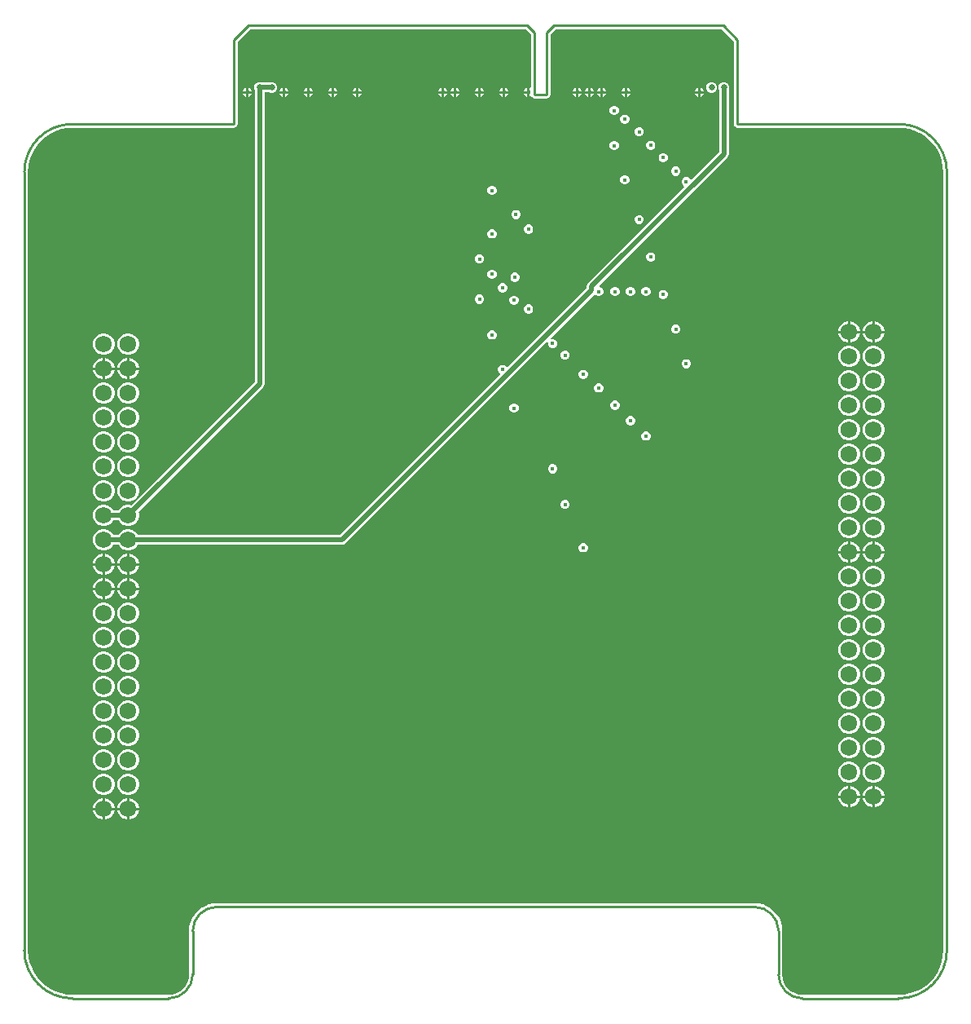
<source format=gbr>
%TF.GenerationSoftware,Altium Limited,Altium Designer,22.11.1 (43)*%
G04 Layer_Physical_Order=3*
G04 Layer_Color=16440176*
%FSLAX45Y45*%
%MOMM*%
%TF.SameCoordinates,C297AA42-F212-4987-B5A2-20FF98F52B47*%
%TF.FilePolarity,Positive*%
%TF.FileFunction,Copper,L3,Inr,Signal*%
%TF.Part,Single*%
G01*
G75*
%TA.AperFunction,Conductor*%
%ADD12C,0.50000*%
%TA.AperFunction,NonConductor*%
%ADD13C,0.25400*%
%TA.AperFunction,ComponentPad*%
%ADD14C,1.72500*%
%TA.AperFunction,ViaPad*%
%ADD16C,0.44400*%
%ADD17C,0.63500*%
G36*
X7372853Y9935594D02*
Y9080500D01*
X7375810Y9065634D01*
X7384231Y9053031D01*
X7396834Y9044611D01*
X7411700Y9041653D01*
X9088500D01*
X9090258Y9042003D01*
X9148753Y9038169D01*
X9207975Y9026389D01*
X9265154Y9006980D01*
X9319309Y8980273D01*
X9369515Y8946726D01*
X9414913Y8906913D01*
X9454726Y8861515D01*
X9488273Y8811309D01*
X9514980Y8757154D01*
X9534389Y8699975D01*
X9546169Y8640753D01*
X9550003Y8582258D01*
X9549653Y8580500D01*
Y500000D01*
X9550003Y498242D01*
X9546169Y439747D01*
X9534389Y380525D01*
X9514980Y323346D01*
X9488273Y269191D01*
X9454726Y218985D01*
X9414913Y173587D01*
X9369515Y133774D01*
X9319309Y100227D01*
X9265154Y73520D01*
X9207975Y54111D01*
X9148753Y42331D01*
X9090258Y38497D01*
X9088500Y38847D01*
X8088500D01*
X8086834Y38515D01*
X8047209Y42418D01*
X8007505Y54462D01*
X7970914Y74020D01*
X7938841Y100341D01*
X7912520Y132414D01*
X7892962Y169006D01*
X7880918Y208709D01*
X7877015Y248334D01*
X7877346Y250000D01*
Y700000D01*
X7877491D01*
X7873933Y745208D01*
X7863346Y789303D01*
X7845993Y831199D01*
X7822298Y869865D01*
X7792847Y904347D01*
X7758364Y933798D01*
X7719699Y957493D01*
X7677803Y974847D01*
X7633708Y985433D01*
X7588500Y988991D01*
Y988847D01*
X2000000D01*
Y988991D01*
X1954792Y985433D01*
X1910697Y974847D01*
X1868801Y957493D01*
X1830136Y933798D01*
X1795653Y904347D01*
X1766202Y869865D01*
X1742507Y831199D01*
X1725154Y789303D01*
X1714567Y745208D01*
X1711009Y700000D01*
X1711154D01*
Y262634D01*
X1711153Y262503D01*
X1711153Y250000D01*
X1710428Y237600D01*
X1707582Y208709D01*
X1695538Y169006D01*
X1675980Y132414D01*
X1649658Y100341D01*
X1617586Y74020D01*
X1580994Y54462D01*
X1541291Y42418D01*
X1501666Y38515D01*
X1500000Y38847D01*
X500000D01*
X498242Y38497D01*
X439747Y42331D01*
X380525Y54111D01*
X323346Y73520D01*
X269191Y100227D01*
X218985Y133774D01*
X173587Y173587D01*
X133774Y218985D01*
X100227Y269191D01*
X73520Y323346D01*
X54111Y380525D01*
X42331Y439747D01*
X38497Y498242D01*
X38847Y500000D01*
Y8580500D01*
X38497Y8582258D01*
X42331Y8640753D01*
X54111Y8699975D01*
X73520Y8757154D01*
X100227Y8811309D01*
X133774Y8861515D01*
X173587Y8906913D01*
X218985Y8946726D01*
X269191Y8980273D01*
X323346Y9006980D01*
X380525Y9026389D01*
X439747Y9038169D01*
X498242Y9042003D01*
X500000Y9041653D01*
X2176700D01*
X2176726Y9041659D01*
X2176752Y9041653D01*
X2191618Y9044611D01*
X2204220Y9053033D01*
X2212640Y9065636D01*
X2215597Y9080502D01*
X2215548Y9935595D01*
X2342775Y10062653D01*
X5212609D01*
X5264855Y10010408D01*
X5264897Y9462100D01*
X5254338Y9455044D01*
X5251400Y9456261D01*
Y9410000D01*
Y9363739D01*
X5265663Y9369647D01*
X5274508Y9360610D01*
X5276232Y9358031D01*
X5288834Y9349610D01*
X5303700Y9346653D01*
X5427700D01*
X5442566Y9349610D01*
X5455169Y9358031D01*
X5463590Y9370634D01*
X5466547Y9385500D01*
Y10010409D01*
X5518791Y10062653D01*
X7245625D01*
X7372853Y9935594D01*
D02*
G37*
%LPC*%
G36*
X2583068Y9517150D02*
X2560332D01*
X2546420Y9511387D01*
X2469980D01*
X2456068Y9517150D01*
X2433332D01*
X2412327Y9508449D01*
X2396250Y9492373D01*
X2387550Y9471368D01*
Y9448632D01*
X2393313Y9434720D01*
Y6402985D01*
X1113347Y5123019D01*
X1094199Y5128150D01*
X1064801D01*
X1036405Y5120541D01*
X1010945Y5105842D01*
X990158Y5085055D01*
X980246Y5067887D01*
X924754D01*
X914842Y5085055D01*
X894055Y5105842D01*
X868595Y5120541D01*
X840199Y5128150D01*
X810801D01*
X782405Y5120541D01*
X756945Y5105842D01*
X736158Y5085055D01*
X721459Y5059595D01*
X713850Y5031199D01*
Y5001801D01*
X721459Y4973405D01*
X736158Y4947945D01*
X756945Y4927158D01*
X782405Y4912459D01*
X810801Y4904850D01*
X840199D01*
X868595Y4912459D01*
X894055Y4927158D01*
X914842Y4947945D01*
X924754Y4965113D01*
X980246D01*
X990158Y4947945D01*
X1010945Y4927158D01*
X1036405Y4912459D01*
X1064801Y4904850D01*
X1094199D01*
X1122595Y4912459D01*
X1148055Y4927158D01*
X1168842Y4947945D01*
X1183541Y4973405D01*
X1191150Y5001801D01*
Y5031199D01*
X1186019Y5050347D01*
X2481036Y6345364D01*
X2492176Y6362035D01*
X2496087Y6381700D01*
Y9408613D01*
X2546420D01*
X2560332Y9402850D01*
X2583068D01*
X2604073Y9411550D01*
X2620149Y9427627D01*
X2628850Y9448632D01*
Y9471368D01*
X2620149Y9492373D01*
X2604073Y9508449D01*
X2583068Y9517150D01*
D02*
G37*
G36*
X7029400Y9456261D02*
Y9422700D01*
X7062961D01*
X7057053Y9436963D01*
X7043663Y9450353D01*
X7029400Y9456261D01*
D02*
G37*
G36*
X7004000D02*
X6989737Y9450353D01*
X6976347Y9436963D01*
X6970439Y9422700D01*
X7004000D01*
Y9456261D01*
D02*
G37*
G36*
X6267400D02*
Y9422700D01*
X6300961D01*
X6295053Y9436963D01*
X6281663Y9450353D01*
X6267400Y9456261D01*
D02*
G37*
G36*
X6242000D02*
X6227737Y9450353D01*
X6214347Y9436963D01*
X6208439Y9422700D01*
X6242000D01*
Y9456261D01*
D02*
G37*
G36*
X6013400D02*
Y9422700D01*
X6046961D01*
X6041053Y9436963D01*
X6027663Y9450353D01*
X6013400Y9456261D01*
D02*
G37*
G36*
X5988000D02*
X5973737Y9450353D01*
X5960347Y9436963D01*
X5954439Y9422700D01*
X5988000D01*
Y9456261D01*
D02*
G37*
G36*
X5886400D02*
Y9422700D01*
X5919961D01*
X5914053Y9436963D01*
X5900663Y9450353D01*
X5886400Y9456261D01*
D02*
G37*
G36*
X5861000D02*
X5846737Y9450353D01*
X5833347Y9436963D01*
X5827439Y9422700D01*
X5861000D01*
Y9456261D01*
D02*
G37*
G36*
X5759400D02*
Y9422700D01*
X5792961D01*
X5787053Y9436963D01*
X5773663Y9450353D01*
X5759400Y9456261D01*
D02*
G37*
G36*
X5734000D02*
X5719737Y9450353D01*
X5706347Y9436963D01*
X5700439Y9422700D01*
X5734000D01*
Y9456261D01*
D02*
G37*
G36*
X5226000D02*
X5211737Y9450353D01*
X5198347Y9436963D01*
X5192439Y9422700D01*
X5226000D01*
Y9456261D01*
D02*
G37*
G36*
X4997400D02*
Y9422700D01*
X5030961D01*
X5025053Y9436963D01*
X5011663Y9450353D01*
X4997400Y9456261D01*
D02*
G37*
G36*
X4972000D02*
X4957737Y9450353D01*
X4944347Y9436963D01*
X4938439Y9422700D01*
X4972000D01*
Y9456261D01*
D02*
G37*
G36*
X4743400D02*
Y9422700D01*
X4776961D01*
X4771053Y9436963D01*
X4757663Y9450353D01*
X4743400Y9456261D01*
D02*
G37*
G36*
X4718000D02*
X4703737Y9450353D01*
X4690347Y9436963D01*
X4684439Y9422700D01*
X4718000D01*
Y9456261D01*
D02*
G37*
G36*
X4489400D02*
Y9422700D01*
X4522961D01*
X4517053Y9436963D01*
X4503663Y9450353D01*
X4489400Y9456261D01*
D02*
G37*
G36*
X4464000D02*
X4449737Y9450353D01*
X4436347Y9436963D01*
X4430439Y9422700D01*
X4464000D01*
Y9456261D01*
D02*
G37*
G36*
X4362400D02*
Y9422700D01*
X4395961D01*
X4390053Y9436963D01*
X4376663Y9450353D01*
X4362400Y9456261D01*
D02*
G37*
G36*
X4337000D02*
X4322737Y9450353D01*
X4309347Y9436963D01*
X4303439Y9422700D01*
X4337000D01*
Y9456261D01*
D02*
G37*
G36*
X3470450D02*
Y9422700D01*
X3504011D01*
X3498103Y9436963D01*
X3484713Y9450353D01*
X3470450Y9456261D01*
D02*
G37*
G36*
X3445050D02*
X3430787Y9450353D01*
X3417397Y9436963D01*
X3411489Y9422700D01*
X3445050D01*
Y9456261D01*
D02*
G37*
G36*
X3219400D02*
Y9422700D01*
X3252961D01*
X3247053Y9436963D01*
X3233663Y9450353D01*
X3219400Y9456261D01*
D02*
G37*
G36*
X3194000D02*
X3179737Y9450353D01*
X3166347Y9436963D01*
X3160439Y9422700D01*
X3194000D01*
Y9456261D01*
D02*
G37*
G36*
X2965400D02*
Y9422700D01*
X2998961D01*
X2993053Y9436963D01*
X2979663Y9450353D01*
X2965400Y9456261D01*
D02*
G37*
G36*
X2940000D02*
X2925737Y9450353D01*
X2912347Y9436963D01*
X2906439Y9422700D01*
X2940000D01*
Y9456261D01*
D02*
G37*
G36*
X2711400D02*
Y9422700D01*
X2744961D01*
X2739053Y9436963D01*
X2725663Y9450353D01*
X2711400Y9456261D01*
D02*
G37*
G36*
X2686000D02*
X2671737Y9450353D01*
X2658347Y9436963D01*
X2652439Y9422700D01*
X2686000D01*
Y9456261D01*
D02*
G37*
G36*
X2330400D02*
Y9422700D01*
X2363961D01*
X2358053Y9436963D01*
X2344663Y9450353D01*
X2330400Y9456261D01*
D02*
G37*
G36*
X2305000D02*
X2290737Y9450353D01*
X2277347Y9436963D01*
X2271439Y9422700D01*
X2305000D01*
Y9456261D01*
D02*
G37*
G36*
X7155068Y9517150D02*
X7132332D01*
X7111327Y9508449D01*
X7095250Y9492373D01*
X7086550Y9471368D01*
Y9448632D01*
X7095250Y9427627D01*
X7111327Y9411550D01*
X7132332Y9402850D01*
X7155068D01*
X7176073Y9411550D01*
X7192149Y9427627D01*
X7200850Y9448632D01*
Y9471368D01*
X7192149Y9492373D01*
X7176073Y9508449D01*
X7155068Y9517150D01*
D02*
G37*
G36*
X3504011Y9397300D02*
X3470450D01*
Y9363739D01*
X3484713Y9369647D01*
X3498103Y9383037D01*
X3504011Y9397300D01*
D02*
G37*
G36*
X3445050D02*
X3411489D01*
X3417397Y9383037D01*
X3430787Y9369647D01*
X3445050Y9363739D01*
Y9397300D01*
D02*
G37*
G36*
X3252961D02*
X3219400D01*
Y9363739D01*
X3233663Y9369647D01*
X3247053Y9383037D01*
X3252961Y9397300D01*
D02*
G37*
G36*
X3194000D02*
X3160439D01*
X3166347Y9383037D01*
X3179737Y9369647D01*
X3194000Y9363739D01*
Y9397300D01*
D02*
G37*
G36*
X2998961D02*
X2965400D01*
Y9363739D01*
X2979663Y9369647D01*
X2993053Y9383037D01*
X2998961Y9397300D01*
D02*
G37*
G36*
X2940000D02*
X2906439D01*
X2912347Y9383037D01*
X2925737Y9369647D01*
X2940000Y9363739D01*
Y9397300D01*
D02*
G37*
G36*
X2744961D02*
X2711400D01*
Y9363739D01*
X2725663Y9369647D01*
X2739053Y9383037D01*
X2744961Y9397300D01*
D02*
G37*
G36*
X2686000D02*
X2652439D01*
X2658347Y9383037D01*
X2671737Y9369647D01*
X2686000Y9363739D01*
Y9397300D01*
D02*
G37*
G36*
X2363961D02*
X2330400D01*
Y9363739D01*
X2344663Y9369647D01*
X2358053Y9383037D01*
X2363961Y9397300D01*
D02*
G37*
G36*
X2305000D02*
X2271439D01*
X2277347Y9383037D01*
X2290737Y9369647D01*
X2305000Y9363739D01*
Y9397300D01*
D02*
G37*
G36*
X7062961D02*
X7029400D01*
Y9363739D01*
X7043663Y9369647D01*
X7057053Y9383037D01*
X7062961Y9397300D01*
D02*
G37*
G36*
X7004000D02*
X6970439D01*
X6976347Y9383037D01*
X6989737Y9369647D01*
X7004000Y9363739D01*
Y9397300D01*
D02*
G37*
G36*
X6300961D02*
X6267400D01*
Y9363739D01*
X6281663Y9369647D01*
X6295053Y9383037D01*
X6300961Y9397300D01*
D02*
G37*
G36*
X6242000D02*
X6208439D01*
X6214347Y9383037D01*
X6227737Y9369647D01*
X6242000Y9363739D01*
Y9397300D01*
D02*
G37*
G36*
X6046961D02*
X6013400D01*
Y9363739D01*
X6027663Y9369647D01*
X6041053Y9383037D01*
X6046961Y9397300D01*
D02*
G37*
G36*
X5988000D02*
X5954439D01*
X5960347Y9383037D01*
X5973737Y9369647D01*
X5988000Y9363739D01*
Y9397300D01*
D02*
G37*
G36*
X5919961D02*
X5886400D01*
Y9363739D01*
X5900663Y9369647D01*
X5914053Y9383037D01*
X5919961Y9397300D01*
D02*
G37*
G36*
X5861000D02*
X5827439D01*
X5833347Y9383037D01*
X5846737Y9369647D01*
X5861000Y9363739D01*
Y9397300D01*
D02*
G37*
G36*
X5792961D02*
X5759400D01*
Y9363739D01*
X5773663Y9369647D01*
X5787053Y9383037D01*
X5792961Y9397300D01*
D02*
G37*
G36*
X5734000D02*
X5700439D01*
X5706347Y9383037D01*
X5719737Y9369647D01*
X5734000Y9363739D01*
Y9397300D01*
D02*
G37*
G36*
X5226000D02*
X5192439D01*
X5198347Y9383037D01*
X5211737Y9369647D01*
X5226000Y9363739D01*
Y9397300D01*
D02*
G37*
G36*
X5030961D02*
X4997400D01*
Y9363739D01*
X5011663Y9369647D01*
X5025053Y9383037D01*
X5030961Y9397300D01*
D02*
G37*
G36*
X4972000D02*
X4938439D01*
X4944347Y9383037D01*
X4957737Y9369647D01*
X4972000Y9363739D01*
Y9397300D01*
D02*
G37*
G36*
X4776961D02*
X4743400D01*
Y9363739D01*
X4757663Y9369647D01*
X4771053Y9383037D01*
X4776961Y9397300D01*
D02*
G37*
G36*
X4718000D02*
X4684439D01*
X4690347Y9383037D01*
X4703737Y9369647D01*
X4718000Y9363739D01*
Y9397300D01*
D02*
G37*
G36*
X4522961D02*
X4489400D01*
Y9363739D01*
X4503663Y9369647D01*
X4517053Y9383037D01*
X4522961Y9397300D01*
D02*
G37*
G36*
X4464000D02*
X4430439D01*
X4436347Y9383037D01*
X4449737Y9369647D01*
X4464000Y9363739D01*
Y9397300D01*
D02*
G37*
G36*
X4395961D02*
X4362400D01*
Y9363739D01*
X4376663Y9369647D01*
X4390053Y9383037D01*
X4395961Y9397300D01*
D02*
G37*
G36*
X4337000D02*
X4303439D01*
X4309347Y9383037D01*
X4322737Y9369647D01*
X4337000Y9363739D01*
Y9397300D01*
D02*
G37*
G36*
X6139468Y9267600D02*
X6120532D01*
X6103037Y9260353D01*
X6089647Y9246963D01*
X6082400Y9229468D01*
Y9210532D01*
X6089647Y9193037D01*
X6103037Y9179647D01*
X6120532Y9172400D01*
X6139468D01*
X6156963Y9179647D01*
X6170353Y9193037D01*
X6177600Y9210532D01*
Y9229468D01*
X6170353Y9246963D01*
X6156963Y9260353D01*
X6139468Y9267600D01*
D02*
G37*
G36*
X6249468Y9177600D02*
X6230532D01*
X6213037Y9170353D01*
X6199647Y9156963D01*
X6192400Y9139468D01*
Y9120532D01*
X6199647Y9103037D01*
X6213037Y9089647D01*
X6230532Y9082400D01*
X6249468D01*
X6266963Y9089647D01*
X6280353Y9103037D01*
X6287600Y9120532D01*
Y9139468D01*
X6280353Y9156963D01*
X6266963Y9170353D01*
X6249468Y9177600D01*
D02*
G37*
G36*
X6399468Y9047600D02*
X6380532D01*
X6363037Y9040353D01*
X6349647Y9026963D01*
X6342400Y9009468D01*
Y8990532D01*
X6349647Y8973037D01*
X6363037Y8959647D01*
X6380532Y8952400D01*
X6399468D01*
X6416963Y8959647D01*
X6430353Y8973037D01*
X6437600Y8990532D01*
Y9009468D01*
X6430353Y9026963D01*
X6416963Y9040353D01*
X6399468Y9047600D01*
D02*
G37*
G36*
X6519468Y8907600D02*
X6500532D01*
X6483037Y8900353D01*
X6469647Y8886963D01*
X6462400Y8869468D01*
Y8850532D01*
X6469647Y8833037D01*
X6483037Y8819647D01*
X6500532Y8812400D01*
X6519468D01*
X6536963Y8819647D01*
X6550353Y8833037D01*
X6557600Y8850532D01*
Y8869468D01*
X6550353Y8886963D01*
X6536963Y8900353D01*
X6519468Y8907600D01*
D02*
G37*
G36*
X6139468Y8903600D02*
X6120532D01*
X6103037Y8896353D01*
X6089647Y8882963D01*
X6082400Y8865468D01*
Y8846532D01*
X6089647Y8829037D01*
X6103037Y8815647D01*
X6120532Y8808400D01*
X6139468D01*
X6156963Y8815647D01*
X6170353Y8829037D01*
X6177600Y8846532D01*
Y8865468D01*
X6170353Y8882963D01*
X6156963Y8896353D01*
X6139468Y8903600D01*
D02*
G37*
G36*
X6649468Y8777600D02*
X6630532D01*
X6613037Y8770353D01*
X6599647Y8756963D01*
X6592400Y8739468D01*
Y8720532D01*
X6599647Y8703037D01*
X6613037Y8689647D01*
X6630532Y8682400D01*
X6649468D01*
X6666963Y8689647D01*
X6680353Y8703037D01*
X6687600Y8720532D01*
Y8739468D01*
X6680353Y8756963D01*
X6666963Y8770353D01*
X6649468Y8777600D01*
D02*
G37*
G36*
X6779468Y8637600D02*
X6760532D01*
X6743037Y8630353D01*
X6729647Y8616963D01*
X6722400Y8599468D01*
Y8580532D01*
X6729647Y8563037D01*
X6743037Y8549647D01*
X6760532Y8542400D01*
X6779468D01*
X6796963Y8549647D01*
X6810353Y8563037D01*
X6817600Y8580532D01*
Y8599468D01*
X6810353Y8616963D01*
X6796963Y8630353D01*
X6779468Y8637600D01*
D02*
G37*
G36*
X7282068Y9517150D02*
X7259332D01*
X7238327Y9508449D01*
X7222250Y9492373D01*
X7213550Y9471368D01*
Y9448632D01*
X7219313Y9434720D01*
Y8789313D01*
X6933300Y8503301D01*
X6920844Y8505779D01*
X6920353Y8506963D01*
X6906963Y8520353D01*
X6889468Y8527600D01*
X6870532D01*
X6853037Y8520353D01*
X6839647Y8506963D01*
X6832400Y8489468D01*
Y8470532D01*
X6839647Y8453037D01*
X6853037Y8439647D01*
X6854221Y8439156D01*
X6856699Y8426700D01*
X5861064Y7431064D01*
X5849924Y7414393D01*
X5846013Y7394728D01*
Y7378685D01*
X5021964Y6554637D01*
X5009508Y6557114D01*
X5009017Y6558299D01*
X4995627Y6571689D01*
X4978132Y6578936D01*
X4959196D01*
X4941701Y6571689D01*
X4928311Y6558299D01*
X4921064Y6540804D01*
Y6521868D01*
X4928311Y6504373D01*
X4941701Y6490983D01*
X4942885Y6490492D01*
X4945363Y6478036D01*
X3281215Y4813887D01*
X1178754D01*
X1168842Y4831055D01*
X1148055Y4851842D01*
X1122595Y4866541D01*
X1094199Y4874150D01*
X1064801D01*
X1036405Y4866541D01*
X1010945Y4851842D01*
X990158Y4831055D01*
X980246Y4813887D01*
X924754D01*
X914842Y4831055D01*
X894055Y4851842D01*
X868595Y4866541D01*
X840199Y4874150D01*
X810801D01*
X782405Y4866541D01*
X756945Y4851842D01*
X736158Y4831055D01*
X721459Y4805595D01*
X713850Y4777199D01*
Y4747801D01*
X721459Y4719405D01*
X736158Y4693945D01*
X756945Y4673158D01*
X782405Y4658459D01*
X810801Y4650850D01*
X840199D01*
X868595Y4658459D01*
X894055Y4673158D01*
X914842Y4693945D01*
X924754Y4711113D01*
X980246D01*
X990158Y4693945D01*
X1010945Y4673158D01*
X1036405Y4658459D01*
X1064801Y4650850D01*
X1094199D01*
X1122595Y4658459D01*
X1148055Y4673158D01*
X1168842Y4693945D01*
X1178754Y4711113D01*
X3302500D01*
X3322165Y4715024D01*
X3338836Y4726164D01*
X5433259Y6820587D01*
X5444026Y6813393D01*
X5442400Y6809468D01*
Y6790532D01*
X5449647Y6773037D01*
X5463037Y6759647D01*
X5480532Y6752400D01*
X5499468D01*
X5516963Y6759647D01*
X5530353Y6773037D01*
X5537600Y6790532D01*
Y6809468D01*
X5530353Y6826963D01*
X5516963Y6840353D01*
X5499468Y6847600D01*
X5480532D01*
X5476607Y6845974D01*
X5469413Y6856741D01*
X5926363Y7313690D01*
X5929647Y7313037D01*
X5943037Y7299647D01*
X5960532Y7292400D01*
X5979468D01*
X5996963Y7299647D01*
X6010353Y7313037D01*
X6017600Y7330532D01*
Y7349468D01*
X6010353Y7366963D01*
X5996963Y7380353D01*
X5980484Y7387179D01*
X5974677Y7399333D01*
X7307036Y8731692D01*
X7318176Y8748363D01*
X7322087Y8768028D01*
Y9434720D01*
X7327850Y9448632D01*
Y9471368D01*
X7319149Y9492373D01*
X7303073Y9508449D01*
X7282068Y9517150D01*
D02*
G37*
G36*
X6249468Y8547600D02*
X6230532D01*
X6213037Y8540353D01*
X6199647Y8526963D01*
X6192400Y8509468D01*
Y8490532D01*
X6199647Y8473037D01*
X6213037Y8459647D01*
X6230532Y8452400D01*
X6249468D01*
X6266963Y8459647D01*
X6280353Y8473037D01*
X6287600Y8490532D01*
Y8509468D01*
X6280353Y8526963D01*
X6266963Y8540353D01*
X6249468Y8547600D01*
D02*
G37*
G36*
X4869468Y8437600D02*
X4850532D01*
X4833037Y8430353D01*
X4819647Y8416963D01*
X4812400Y8399468D01*
Y8380532D01*
X4819647Y8363037D01*
X4833037Y8349647D01*
X4850532Y8342400D01*
X4869468D01*
X4886963Y8349647D01*
X4900353Y8363037D01*
X4907600Y8380532D01*
Y8399468D01*
X4900353Y8416963D01*
X4886963Y8430353D01*
X4869468Y8437600D01*
D02*
G37*
G36*
X5119468Y8187600D02*
X5100532D01*
X5083037Y8180353D01*
X5069647Y8166963D01*
X5062400Y8149468D01*
Y8130532D01*
X5069647Y8113037D01*
X5083037Y8099647D01*
X5100532Y8092400D01*
X5119468D01*
X5136963Y8099647D01*
X5150353Y8113037D01*
X5157600Y8130532D01*
Y8149468D01*
X5150353Y8166963D01*
X5136963Y8180353D01*
X5119468Y8187600D01*
D02*
G37*
G36*
X6399468Y8135600D02*
X6380532D01*
X6363037Y8128353D01*
X6349647Y8114963D01*
X6342400Y8097468D01*
Y8078532D01*
X6349647Y8061037D01*
X6363037Y8047647D01*
X6380532Y8040400D01*
X6399468D01*
X6416963Y8047647D01*
X6430353Y8061037D01*
X6437600Y8078532D01*
Y8097468D01*
X6430353Y8114963D01*
X6416963Y8128353D01*
X6399468Y8135600D01*
D02*
G37*
G36*
X5249468Y8037600D02*
X5230532D01*
X5213037Y8030353D01*
X5199647Y8016963D01*
X5192400Y7999468D01*
Y7980532D01*
X5199647Y7963037D01*
X5213037Y7949647D01*
X5230532Y7942400D01*
X5249468D01*
X5266963Y7949647D01*
X5280353Y7963037D01*
X5287600Y7980532D01*
Y7999468D01*
X5280353Y8016963D01*
X5266963Y8030353D01*
X5249468Y8037600D01*
D02*
G37*
G36*
X4869468Y7987600D02*
X4850532D01*
X4833037Y7980353D01*
X4819647Y7966963D01*
X4812400Y7949468D01*
Y7930532D01*
X4819647Y7913037D01*
X4833037Y7899647D01*
X4850532Y7892400D01*
X4869468D01*
X4886963Y7899647D01*
X4900353Y7913037D01*
X4907600Y7930532D01*
Y7949468D01*
X4900353Y7966963D01*
X4886963Y7980353D01*
X4869468Y7987600D01*
D02*
G37*
G36*
X6519468Y7747600D02*
X6500532D01*
X6483037Y7740353D01*
X6469647Y7726963D01*
X6462400Y7709468D01*
Y7690532D01*
X6469647Y7673037D01*
X6483037Y7659647D01*
X6500532Y7652400D01*
X6519468D01*
X6536963Y7659647D01*
X6550353Y7673037D01*
X6557600Y7690532D01*
Y7709468D01*
X6550353Y7726963D01*
X6536963Y7740353D01*
X6519468Y7747600D01*
D02*
G37*
G36*
X4739468Y7727600D02*
X4720532D01*
X4703037Y7720353D01*
X4689647Y7706963D01*
X4682400Y7689468D01*
Y7670532D01*
X4689647Y7653037D01*
X4703037Y7639647D01*
X4720532Y7632400D01*
X4739468D01*
X4756963Y7639647D01*
X4770353Y7653037D01*
X4777600Y7670532D01*
Y7689468D01*
X4770353Y7706963D01*
X4756963Y7720353D01*
X4739468Y7727600D01*
D02*
G37*
G36*
X4869468Y7567600D02*
X4850532D01*
X4833037Y7560353D01*
X4819647Y7546963D01*
X4812400Y7529468D01*
Y7510532D01*
X4819647Y7493037D01*
X4833037Y7479647D01*
X4850532Y7472400D01*
X4869468D01*
X4886963Y7479647D01*
X4900353Y7493037D01*
X4907600Y7510532D01*
Y7529468D01*
X4900353Y7546963D01*
X4886963Y7560353D01*
X4869468Y7567600D01*
D02*
G37*
G36*
X5109468Y7537600D02*
X5090532D01*
X5073037Y7530353D01*
X5059647Y7516963D01*
X5052400Y7499468D01*
Y7480532D01*
X5059647Y7463037D01*
X5073037Y7449647D01*
X5090532Y7442400D01*
X5109468D01*
X5126963Y7449647D01*
X5140353Y7463037D01*
X5147600Y7480532D01*
Y7499468D01*
X5140353Y7516963D01*
X5126963Y7530353D01*
X5109468Y7537600D01*
D02*
G37*
G36*
X4979468Y7427600D02*
X4960532D01*
X4943037Y7420353D01*
X4929647Y7406963D01*
X4922400Y7389468D01*
Y7370532D01*
X4929647Y7353037D01*
X4943037Y7339647D01*
X4960532Y7332400D01*
X4979468D01*
X4996963Y7339647D01*
X5010353Y7353037D01*
X5017600Y7370532D01*
Y7389468D01*
X5010353Y7406963D01*
X4996963Y7420353D01*
X4979468Y7427600D01*
D02*
G37*
G36*
X6469468Y7387600D02*
X6450532D01*
X6433037Y7380353D01*
X6419647Y7366963D01*
X6412400Y7349468D01*
Y7330532D01*
X6419647Y7313037D01*
X6433037Y7299647D01*
X6450532Y7292400D01*
X6469468D01*
X6486963Y7299647D01*
X6500353Y7313037D01*
X6507600Y7330532D01*
Y7349468D01*
X6500353Y7366963D01*
X6486963Y7380353D01*
X6469468Y7387600D01*
D02*
G37*
G36*
X6309468D02*
X6290532D01*
X6273037Y7380353D01*
X6259647Y7366963D01*
X6252400Y7349468D01*
Y7330532D01*
X6259647Y7313037D01*
X6273037Y7299647D01*
X6290532Y7292400D01*
X6309468D01*
X6326963Y7299647D01*
X6340353Y7313037D01*
X6347600Y7330532D01*
Y7349468D01*
X6340353Y7366963D01*
X6326963Y7380353D01*
X6309468Y7387600D01*
D02*
G37*
G36*
X6149468D02*
X6130532D01*
X6113037Y7380353D01*
X6099647Y7366963D01*
X6092400Y7349468D01*
Y7330532D01*
X6099647Y7313037D01*
X6113037Y7299647D01*
X6130532Y7292400D01*
X6149468D01*
X6166963Y7299647D01*
X6180353Y7313037D01*
X6187600Y7330532D01*
Y7349468D01*
X6180353Y7366963D01*
X6166963Y7380353D01*
X6149468Y7387600D01*
D02*
G37*
G36*
X6649468Y7357600D02*
X6630532D01*
X6613037Y7350353D01*
X6599647Y7336963D01*
X6592400Y7319468D01*
Y7300532D01*
X6599647Y7283037D01*
X6613037Y7269647D01*
X6630532Y7262400D01*
X6649468D01*
X6666963Y7269647D01*
X6680353Y7283037D01*
X6687600Y7300532D01*
Y7319468D01*
X6680353Y7336963D01*
X6666963Y7350353D01*
X6649468Y7357600D01*
D02*
G37*
G36*
X4739468Y7307600D02*
X4720532D01*
X4703037Y7300353D01*
X4689647Y7286963D01*
X4682400Y7269468D01*
Y7250532D01*
X4689647Y7233037D01*
X4703037Y7219647D01*
X4720532Y7212400D01*
X4739468D01*
X4756963Y7219647D01*
X4770353Y7233037D01*
X4777600Y7250532D01*
Y7269468D01*
X4770353Y7286963D01*
X4756963Y7300353D01*
X4739468Y7307600D01*
D02*
G37*
G36*
X5099468Y7297600D02*
X5080532D01*
X5063037Y7290353D01*
X5049647Y7276963D01*
X5042400Y7259468D01*
Y7240532D01*
X5049647Y7223037D01*
X5063037Y7209647D01*
X5080532Y7202400D01*
X5099468D01*
X5116963Y7209647D01*
X5130353Y7223037D01*
X5137600Y7240532D01*
Y7259468D01*
X5130353Y7276963D01*
X5116963Y7290353D01*
X5099468Y7297600D01*
D02*
G37*
G36*
X5249468Y7207600D02*
X5230532D01*
X5213037Y7200353D01*
X5199647Y7186963D01*
X5192400Y7169468D01*
Y7150532D01*
X5199647Y7133037D01*
X5213037Y7119647D01*
X5230532Y7112400D01*
X5249468D01*
X5266963Y7119647D01*
X5280353Y7133037D01*
X5287600Y7150532D01*
Y7169468D01*
X5280353Y7186963D01*
X5266963Y7200353D01*
X5249468Y7207600D01*
D02*
G37*
G36*
X8841199Y7033150D02*
X8839200D01*
Y6934200D01*
X8938150D01*
Y6936199D01*
X8930541Y6964595D01*
X8915842Y6990055D01*
X8895055Y7010842D01*
X8869595Y7025541D01*
X8841199Y7033150D01*
D02*
G37*
G36*
X8587199D02*
X8585200D01*
Y6934200D01*
X8684150D01*
Y6936199D01*
X8676541Y6964595D01*
X8661842Y6990055D01*
X8641055Y7010842D01*
X8615595Y7025541D01*
X8587199Y7033150D01*
D02*
G37*
G36*
X8559800D02*
X8557801D01*
X8529405Y7025541D01*
X8503945Y7010842D01*
X8483158Y6990055D01*
X8468459Y6964595D01*
X8460850Y6936199D01*
Y6934200D01*
X8559800D01*
Y7033150D01*
D02*
G37*
G36*
X8813800D02*
X8811801D01*
X8783405Y7025541D01*
X8757945Y7010842D01*
X8737158Y6990055D01*
X8722459Y6964595D01*
X8714850Y6936199D01*
Y6934200D01*
X8813800D01*
Y7033150D01*
D02*
G37*
G36*
X6779468Y6997600D02*
X6760532D01*
X6743037Y6990353D01*
X6729647Y6976963D01*
X6722400Y6959468D01*
Y6940532D01*
X6729647Y6923037D01*
X6743037Y6909647D01*
X6760532Y6902400D01*
X6779468D01*
X6796963Y6909647D01*
X6810353Y6923037D01*
X6817600Y6940532D01*
Y6959468D01*
X6810353Y6976963D01*
X6796963Y6990353D01*
X6779468Y6997600D01*
D02*
G37*
G36*
X4869468Y6937600D02*
X4850532D01*
X4833037Y6930353D01*
X4819647Y6916963D01*
X4812400Y6899468D01*
Y6880532D01*
X4819647Y6863037D01*
X4833037Y6849647D01*
X4850532Y6842400D01*
X4869468D01*
X4886963Y6849647D01*
X4900353Y6863037D01*
X4907600Y6880532D01*
Y6899468D01*
X4900353Y6916963D01*
X4886963Y6930353D01*
X4869468Y6937600D01*
D02*
G37*
G36*
X8938150Y6908800D02*
X8839200D01*
Y6809850D01*
X8841199D01*
X8869595Y6817459D01*
X8895055Y6832158D01*
X8915842Y6852945D01*
X8930541Y6878405D01*
X8938150Y6906801D01*
Y6908800D01*
D02*
G37*
G36*
X8813800D02*
X8714850D01*
Y6906801D01*
X8722459Y6878405D01*
X8737158Y6852945D01*
X8757945Y6832158D01*
X8783405Y6817459D01*
X8811801Y6809850D01*
X8813800D01*
Y6908800D01*
D02*
G37*
G36*
X8684150D02*
X8585200D01*
Y6809850D01*
X8587199D01*
X8615595Y6817459D01*
X8641055Y6832158D01*
X8661842Y6852945D01*
X8676541Y6878405D01*
X8684150Y6906801D01*
Y6908800D01*
D02*
G37*
G36*
X8559800D02*
X8460850D01*
Y6906801D01*
X8468459Y6878405D01*
X8483158Y6852945D01*
X8503945Y6832158D01*
X8529405Y6817459D01*
X8557801Y6809850D01*
X8559800D01*
Y6908800D01*
D02*
G37*
G36*
X1094199Y6906150D02*
X1064801D01*
X1036405Y6898541D01*
X1010945Y6883842D01*
X990158Y6863055D01*
X975459Y6837595D01*
X967850Y6809199D01*
Y6779801D01*
X975459Y6751405D01*
X990158Y6725945D01*
X1010945Y6705158D01*
X1036405Y6690459D01*
X1064801Y6682850D01*
X1094199D01*
X1122595Y6690459D01*
X1148055Y6705158D01*
X1168842Y6725945D01*
X1183541Y6751405D01*
X1191150Y6779801D01*
Y6809199D01*
X1183541Y6837595D01*
X1168842Y6863055D01*
X1148055Y6883842D01*
X1122595Y6898541D01*
X1094199Y6906150D01*
D02*
G37*
G36*
X840199D02*
X810801D01*
X782405Y6898541D01*
X756945Y6883842D01*
X736158Y6863055D01*
X721459Y6837595D01*
X713850Y6809199D01*
Y6779801D01*
X721459Y6751405D01*
X736158Y6725945D01*
X756945Y6705158D01*
X782405Y6690459D01*
X810801Y6682850D01*
X840199D01*
X868595Y6690459D01*
X894055Y6705158D01*
X914842Y6725945D01*
X929541Y6751405D01*
X937150Y6779801D01*
Y6809199D01*
X929541Y6837595D01*
X914842Y6863055D01*
X894055Y6883842D01*
X868595Y6898541D01*
X840199Y6906150D01*
D02*
G37*
G36*
X5629468Y6727600D02*
X5610532D01*
X5593037Y6720353D01*
X5579647Y6706963D01*
X5572400Y6689468D01*
Y6670532D01*
X5579647Y6653037D01*
X5593037Y6639647D01*
X5610532Y6632400D01*
X5629468D01*
X5646963Y6639647D01*
X5660353Y6653037D01*
X5667600Y6670532D01*
Y6689468D01*
X5660353Y6706963D01*
X5646963Y6720353D01*
X5629468Y6727600D01*
D02*
G37*
G36*
X8841199Y6779150D02*
X8811801D01*
X8783405Y6771541D01*
X8757945Y6756842D01*
X8737158Y6736055D01*
X8722459Y6710595D01*
X8714850Y6682199D01*
Y6652801D01*
X8722459Y6624405D01*
X8737158Y6598945D01*
X8757945Y6578158D01*
X8783405Y6563459D01*
X8811801Y6555850D01*
X8841199D01*
X8869595Y6563459D01*
X8895055Y6578158D01*
X8915842Y6598945D01*
X8930541Y6624405D01*
X8938150Y6652801D01*
Y6682199D01*
X8930541Y6710595D01*
X8915842Y6736055D01*
X8895055Y6756842D01*
X8869595Y6771541D01*
X8841199Y6779150D01*
D02*
G37*
G36*
X8587199D02*
X8557801D01*
X8529405Y6771541D01*
X8503945Y6756842D01*
X8483158Y6736055D01*
X8468459Y6710595D01*
X8460850Y6682199D01*
Y6652801D01*
X8468459Y6624405D01*
X8483158Y6598945D01*
X8503945Y6578158D01*
X8529405Y6563459D01*
X8557801Y6555850D01*
X8587199D01*
X8615595Y6563459D01*
X8641055Y6578158D01*
X8661842Y6598945D01*
X8676541Y6624405D01*
X8684150Y6652801D01*
Y6682199D01*
X8676541Y6710595D01*
X8661842Y6736055D01*
X8641055Y6756842D01*
X8615595Y6771541D01*
X8587199Y6779150D01*
D02*
G37*
G36*
X1094199Y6652150D02*
X1092200D01*
Y6553200D01*
X1191150D01*
Y6555199D01*
X1183541Y6583595D01*
X1168842Y6609055D01*
X1148055Y6629842D01*
X1122595Y6644541D01*
X1094199Y6652150D01*
D02*
G37*
G36*
X840199D02*
X838200D01*
Y6553200D01*
X937150D01*
Y6555199D01*
X929541Y6583595D01*
X914842Y6609055D01*
X894055Y6629842D01*
X868595Y6644541D01*
X840199Y6652150D01*
D02*
G37*
G36*
X812800D02*
X810801D01*
X782405Y6644541D01*
X756945Y6629842D01*
X736158Y6609055D01*
X721459Y6583595D01*
X713850Y6555199D01*
Y6553200D01*
X812800D01*
Y6652150D01*
D02*
G37*
G36*
X1066800D02*
X1064801D01*
X1036405Y6644541D01*
X1010945Y6629842D01*
X990158Y6609055D01*
X975459Y6583595D01*
X967850Y6555199D01*
Y6553200D01*
X1066800D01*
Y6652150D01*
D02*
G37*
G36*
X6889468Y6637600D02*
X6870532D01*
X6853037Y6630353D01*
X6839647Y6616963D01*
X6832400Y6599468D01*
Y6580532D01*
X6839647Y6563037D01*
X6853037Y6549647D01*
X6870532Y6542400D01*
X6889468D01*
X6906963Y6549647D01*
X6920353Y6563037D01*
X6927600Y6580532D01*
Y6599468D01*
X6920353Y6616963D01*
X6906963Y6630353D01*
X6889468Y6637600D01*
D02*
G37*
G36*
X5819468Y6527600D02*
X5800532D01*
X5783037Y6520353D01*
X5769647Y6506963D01*
X5762400Y6489468D01*
Y6470532D01*
X5769647Y6453037D01*
X5783037Y6439647D01*
X5800532Y6432400D01*
X5819468D01*
X5836963Y6439647D01*
X5850353Y6453037D01*
X5857600Y6470532D01*
Y6489468D01*
X5850353Y6506963D01*
X5836963Y6520353D01*
X5819468Y6527600D01*
D02*
G37*
G36*
X1191150Y6527800D02*
X1092200D01*
Y6428850D01*
X1094199D01*
X1122595Y6436459D01*
X1148055Y6451158D01*
X1168842Y6471945D01*
X1183541Y6497405D01*
X1191150Y6525801D01*
Y6527800D01*
D02*
G37*
G36*
X1066800D02*
X967850D01*
Y6525801D01*
X975459Y6497405D01*
X990158Y6471945D01*
X1010945Y6451158D01*
X1036405Y6436459D01*
X1064801Y6428850D01*
X1066800D01*
Y6527800D01*
D02*
G37*
G36*
X937150D02*
X838200D01*
Y6428850D01*
X840199D01*
X868595Y6436459D01*
X894055Y6451158D01*
X914842Y6471945D01*
X929541Y6497405D01*
X937150Y6525801D01*
Y6527800D01*
D02*
G37*
G36*
X812800D02*
X713850D01*
Y6525801D01*
X721459Y6497405D01*
X736158Y6471945D01*
X756945Y6451158D01*
X782405Y6436459D01*
X810801Y6428850D01*
X812800D01*
Y6527800D01*
D02*
G37*
G36*
X8841199Y6525150D02*
X8811801D01*
X8783405Y6517541D01*
X8757945Y6502842D01*
X8737158Y6482055D01*
X8722459Y6456595D01*
X8714850Y6428199D01*
Y6398801D01*
X8722459Y6370405D01*
X8737158Y6344945D01*
X8757945Y6324158D01*
X8783405Y6309459D01*
X8811801Y6301850D01*
X8841199D01*
X8869595Y6309459D01*
X8895055Y6324158D01*
X8915842Y6344945D01*
X8930541Y6370405D01*
X8938150Y6398801D01*
Y6428199D01*
X8930541Y6456595D01*
X8915842Y6482055D01*
X8895055Y6502842D01*
X8869595Y6517541D01*
X8841199Y6525150D01*
D02*
G37*
G36*
X8587199D02*
X8557801D01*
X8529405Y6517541D01*
X8503945Y6502842D01*
X8483158Y6482055D01*
X8468459Y6456595D01*
X8460850Y6428199D01*
Y6398801D01*
X8468459Y6370405D01*
X8483158Y6344945D01*
X8503945Y6324158D01*
X8529405Y6309459D01*
X8557801Y6301850D01*
X8587199D01*
X8615595Y6309459D01*
X8641055Y6324158D01*
X8661842Y6344945D01*
X8676541Y6370405D01*
X8684150Y6398801D01*
Y6428199D01*
X8676541Y6456595D01*
X8661842Y6482055D01*
X8641055Y6502842D01*
X8615595Y6517541D01*
X8587199Y6525150D01*
D02*
G37*
G36*
X5979468Y6387600D02*
X5960532D01*
X5943037Y6380353D01*
X5929647Y6366963D01*
X5922400Y6349468D01*
Y6330532D01*
X5929647Y6313037D01*
X5943037Y6299647D01*
X5960532Y6292400D01*
X5979468D01*
X5996963Y6299647D01*
X6010353Y6313037D01*
X6017600Y6330532D01*
Y6349468D01*
X6010353Y6366963D01*
X5996963Y6380353D01*
X5979468Y6387600D01*
D02*
G37*
G36*
X1094199Y6398150D02*
X1064801D01*
X1036405Y6390541D01*
X1010945Y6375842D01*
X990158Y6355055D01*
X975459Y6329595D01*
X967850Y6301199D01*
Y6271801D01*
X975459Y6243405D01*
X990158Y6217945D01*
X1010945Y6197158D01*
X1036405Y6182459D01*
X1064801Y6174850D01*
X1094199D01*
X1122595Y6182459D01*
X1148055Y6197158D01*
X1168842Y6217945D01*
X1183541Y6243405D01*
X1191150Y6271801D01*
Y6301199D01*
X1183541Y6329595D01*
X1168842Y6355055D01*
X1148055Y6375842D01*
X1122595Y6390541D01*
X1094199Y6398150D01*
D02*
G37*
G36*
X840199D02*
X810801D01*
X782405Y6390541D01*
X756945Y6375842D01*
X736158Y6355055D01*
X721459Y6329595D01*
X713850Y6301199D01*
Y6271801D01*
X721459Y6243405D01*
X736158Y6217945D01*
X756945Y6197158D01*
X782405Y6182459D01*
X810801Y6174850D01*
X840199D01*
X868595Y6182459D01*
X894055Y6197158D01*
X914842Y6217945D01*
X929541Y6243405D01*
X937150Y6271801D01*
Y6301199D01*
X929541Y6329595D01*
X914842Y6355055D01*
X894055Y6375842D01*
X868595Y6390541D01*
X840199Y6398150D01*
D02*
G37*
G36*
X6149468Y6207600D02*
X6130532D01*
X6113037Y6200353D01*
X6099647Y6186963D01*
X6092400Y6169468D01*
Y6150532D01*
X6099647Y6133037D01*
X6113037Y6119647D01*
X6130532Y6112400D01*
X6149468D01*
X6166963Y6119647D01*
X6180353Y6133037D01*
X6187600Y6150532D01*
Y6169468D01*
X6180353Y6186963D01*
X6166963Y6200353D01*
X6149468Y6207600D01*
D02*
G37*
G36*
X5099468Y6177600D02*
X5080532D01*
X5063037Y6170353D01*
X5049647Y6156963D01*
X5042400Y6139468D01*
Y6120532D01*
X5049647Y6103037D01*
X5063037Y6089647D01*
X5080532Y6082400D01*
X5099468D01*
X5116963Y6089647D01*
X5130353Y6103037D01*
X5137600Y6120532D01*
Y6139468D01*
X5130353Y6156963D01*
X5116963Y6170353D01*
X5099468Y6177600D01*
D02*
G37*
G36*
X8841199Y6271150D02*
X8811801D01*
X8783405Y6263541D01*
X8757945Y6248842D01*
X8737158Y6228055D01*
X8722459Y6202595D01*
X8714850Y6174199D01*
Y6144801D01*
X8722459Y6116405D01*
X8737158Y6090945D01*
X8757945Y6070158D01*
X8783405Y6055459D01*
X8811801Y6047850D01*
X8841199D01*
X8869595Y6055459D01*
X8895055Y6070158D01*
X8915842Y6090945D01*
X8930541Y6116405D01*
X8938150Y6144801D01*
Y6174199D01*
X8930541Y6202595D01*
X8915842Y6228055D01*
X8895055Y6248842D01*
X8869595Y6263541D01*
X8841199Y6271150D01*
D02*
G37*
G36*
X8587199D02*
X8557801D01*
X8529405Y6263541D01*
X8503945Y6248842D01*
X8483158Y6228055D01*
X8468459Y6202595D01*
X8460850Y6174199D01*
Y6144801D01*
X8468459Y6116405D01*
X8483158Y6090945D01*
X8503945Y6070158D01*
X8529405Y6055459D01*
X8557801Y6047850D01*
X8587199D01*
X8615595Y6055459D01*
X8641055Y6070158D01*
X8661842Y6090945D01*
X8676541Y6116405D01*
X8684150Y6144801D01*
Y6174199D01*
X8676541Y6202595D01*
X8661842Y6228055D01*
X8641055Y6248842D01*
X8615595Y6263541D01*
X8587199Y6271150D01*
D02*
G37*
G36*
X6309468Y6047600D02*
X6290532D01*
X6273037Y6040353D01*
X6259647Y6026963D01*
X6252400Y6009468D01*
Y5990532D01*
X6259647Y5973037D01*
X6273037Y5959647D01*
X6290532Y5952400D01*
X6309468D01*
X6326963Y5959647D01*
X6340353Y5973037D01*
X6347600Y5990532D01*
Y6009468D01*
X6340353Y6026963D01*
X6326963Y6040353D01*
X6309468Y6047600D01*
D02*
G37*
G36*
X1094199Y6144150D02*
X1064801D01*
X1036405Y6136541D01*
X1010945Y6121842D01*
X990158Y6101055D01*
X975459Y6075595D01*
X967850Y6047199D01*
Y6017801D01*
X975459Y5989405D01*
X990158Y5963945D01*
X1010945Y5943158D01*
X1036405Y5928459D01*
X1064801Y5920850D01*
X1094199D01*
X1122595Y5928459D01*
X1148055Y5943158D01*
X1168842Y5963945D01*
X1183541Y5989405D01*
X1191150Y6017801D01*
Y6047199D01*
X1183541Y6075595D01*
X1168842Y6101055D01*
X1148055Y6121842D01*
X1122595Y6136541D01*
X1094199Y6144150D01*
D02*
G37*
G36*
X840199D02*
X810801D01*
X782405Y6136541D01*
X756945Y6121842D01*
X736158Y6101055D01*
X721459Y6075595D01*
X713850Y6047199D01*
Y6017801D01*
X721459Y5989405D01*
X736158Y5963945D01*
X756945Y5943158D01*
X782405Y5928459D01*
X810801Y5920850D01*
X840199D01*
X868595Y5928459D01*
X894055Y5943158D01*
X914842Y5963945D01*
X929541Y5989405D01*
X937150Y6017801D01*
Y6047199D01*
X929541Y6075595D01*
X914842Y6101055D01*
X894055Y6121842D01*
X868595Y6136541D01*
X840199Y6144150D01*
D02*
G37*
G36*
X8841199Y6017150D02*
X8811801D01*
X8783405Y6009541D01*
X8757945Y5994842D01*
X8737158Y5974055D01*
X8722459Y5948595D01*
X8714850Y5920199D01*
Y5890801D01*
X8722459Y5862405D01*
X8737158Y5836945D01*
X8757945Y5816158D01*
X8783405Y5801459D01*
X8811801Y5793850D01*
X8841199D01*
X8869595Y5801459D01*
X8895055Y5816158D01*
X8915842Y5836945D01*
X8930541Y5862405D01*
X8938150Y5890801D01*
Y5920199D01*
X8930541Y5948595D01*
X8915842Y5974055D01*
X8895055Y5994842D01*
X8869595Y6009541D01*
X8841199Y6017150D01*
D02*
G37*
G36*
X8587199D02*
X8557801D01*
X8529405Y6009541D01*
X8503945Y5994842D01*
X8483158Y5974055D01*
X8468459Y5948595D01*
X8460850Y5920199D01*
Y5890801D01*
X8468459Y5862405D01*
X8483158Y5836945D01*
X8503945Y5816158D01*
X8529405Y5801459D01*
X8557801Y5793850D01*
X8587199D01*
X8615595Y5801459D01*
X8641055Y5816158D01*
X8661842Y5836945D01*
X8676541Y5862405D01*
X8684150Y5890801D01*
Y5920199D01*
X8676541Y5948595D01*
X8661842Y5974055D01*
X8641055Y5994842D01*
X8615595Y6009541D01*
X8587199Y6017150D01*
D02*
G37*
G36*
X6469468Y5887600D02*
X6450532D01*
X6433037Y5880353D01*
X6419647Y5866963D01*
X6412400Y5849468D01*
Y5830532D01*
X6419647Y5813037D01*
X6433037Y5799647D01*
X6450532Y5792400D01*
X6469468D01*
X6486963Y5799647D01*
X6500353Y5813037D01*
X6507600Y5830532D01*
Y5849468D01*
X6500353Y5866963D01*
X6486963Y5880353D01*
X6469468Y5887600D01*
D02*
G37*
G36*
X1094199Y5890150D02*
X1064801D01*
X1036405Y5882541D01*
X1010945Y5867842D01*
X990158Y5847055D01*
X975459Y5821595D01*
X967850Y5793199D01*
Y5763801D01*
X975459Y5735405D01*
X990158Y5709945D01*
X1010945Y5689158D01*
X1036405Y5674459D01*
X1064801Y5666850D01*
X1094199D01*
X1122595Y5674459D01*
X1148055Y5689158D01*
X1168842Y5709945D01*
X1183541Y5735405D01*
X1191150Y5763801D01*
Y5793199D01*
X1183541Y5821595D01*
X1168842Y5847055D01*
X1148055Y5867842D01*
X1122595Y5882541D01*
X1094199Y5890150D01*
D02*
G37*
G36*
X840199D02*
X810801D01*
X782405Y5882541D01*
X756945Y5867842D01*
X736158Y5847055D01*
X721459Y5821595D01*
X713850Y5793199D01*
Y5763801D01*
X721459Y5735405D01*
X736158Y5709945D01*
X756945Y5689158D01*
X782405Y5674459D01*
X810801Y5666850D01*
X840199D01*
X868595Y5674459D01*
X894055Y5689158D01*
X914842Y5709945D01*
X929541Y5735405D01*
X937150Y5763801D01*
Y5793199D01*
X929541Y5821595D01*
X914842Y5847055D01*
X894055Y5867842D01*
X868595Y5882541D01*
X840199Y5890150D01*
D02*
G37*
G36*
X8841199Y5763150D02*
X8811801D01*
X8783405Y5755541D01*
X8757945Y5740842D01*
X8737158Y5720055D01*
X8722459Y5694595D01*
X8714850Y5666199D01*
Y5636801D01*
X8722459Y5608405D01*
X8737158Y5582945D01*
X8757945Y5562158D01*
X8783405Y5547459D01*
X8811801Y5539850D01*
X8841199D01*
X8869595Y5547459D01*
X8895055Y5562158D01*
X8915842Y5582945D01*
X8930541Y5608405D01*
X8938150Y5636801D01*
Y5666199D01*
X8930541Y5694595D01*
X8915842Y5720055D01*
X8895055Y5740842D01*
X8869595Y5755541D01*
X8841199Y5763150D01*
D02*
G37*
G36*
X8587199D02*
X8557801D01*
X8529405Y5755541D01*
X8503945Y5740842D01*
X8483158Y5720055D01*
X8468459Y5694595D01*
X8460850Y5666199D01*
Y5636801D01*
X8468459Y5608405D01*
X8483158Y5582945D01*
X8503945Y5562158D01*
X8529405Y5547459D01*
X8557801Y5539850D01*
X8587199D01*
X8615595Y5547459D01*
X8641055Y5562158D01*
X8661842Y5582945D01*
X8676541Y5608405D01*
X8684150Y5636801D01*
Y5666199D01*
X8676541Y5694595D01*
X8661842Y5720055D01*
X8641055Y5740842D01*
X8615595Y5755541D01*
X8587199Y5763150D01*
D02*
G37*
G36*
X5499468Y5547600D02*
X5480532D01*
X5463037Y5540353D01*
X5449647Y5526963D01*
X5442400Y5509468D01*
Y5490532D01*
X5449647Y5473037D01*
X5463037Y5459647D01*
X5480532Y5452400D01*
X5499468D01*
X5516963Y5459647D01*
X5530353Y5473037D01*
X5537600Y5490532D01*
Y5509468D01*
X5530353Y5526963D01*
X5516963Y5540353D01*
X5499468Y5547600D01*
D02*
G37*
G36*
X1094199Y5636150D02*
X1064801D01*
X1036405Y5628541D01*
X1010945Y5613842D01*
X990158Y5593055D01*
X975459Y5567595D01*
X967850Y5539199D01*
Y5509801D01*
X975459Y5481405D01*
X990158Y5455945D01*
X1010945Y5435158D01*
X1036405Y5420459D01*
X1064801Y5412850D01*
X1094199D01*
X1122595Y5420459D01*
X1148055Y5435158D01*
X1168842Y5455945D01*
X1183541Y5481405D01*
X1191150Y5509801D01*
Y5539199D01*
X1183541Y5567595D01*
X1168842Y5593055D01*
X1148055Y5613842D01*
X1122595Y5628541D01*
X1094199Y5636150D01*
D02*
G37*
G36*
X840199D02*
X810801D01*
X782405Y5628541D01*
X756945Y5613842D01*
X736158Y5593055D01*
X721459Y5567595D01*
X713850Y5539199D01*
Y5509801D01*
X721459Y5481405D01*
X736158Y5455945D01*
X756945Y5435158D01*
X782405Y5420459D01*
X810801Y5412850D01*
X840199D01*
X868595Y5420459D01*
X894055Y5435158D01*
X914842Y5455945D01*
X929541Y5481405D01*
X937150Y5509801D01*
Y5539199D01*
X929541Y5567595D01*
X914842Y5593055D01*
X894055Y5613842D01*
X868595Y5628541D01*
X840199Y5636150D01*
D02*
G37*
G36*
X8841199Y5509150D02*
X8811801D01*
X8783405Y5501541D01*
X8757945Y5486842D01*
X8737158Y5466055D01*
X8722459Y5440595D01*
X8714850Y5412199D01*
Y5382801D01*
X8722459Y5354405D01*
X8737158Y5328945D01*
X8757945Y5308158D01*
X8783405Y5293459D01*
X8811801Y5285850D01*
X8841199D01*
X8869595Y5293459D01*
X8895055Y5308158D01*
X8915842Y5328945D01*
X8930541Y5354405D01*
X8938150Y5382801D01*
Y5412199D01*
X8930541Y5440595D01*
X8915842Y5466055D01*
X8895055Y5486842D01*
X8869595Y5501541D01*
X8841199Y5509150D01*
D02*
G37*
G36*
X8587199D02*
X8557801D01*
X8529405Y5501541D01*
X8503945Y5486842D01*
X8483158Y5466055D01*
X8468459Y5440595D01*
X8460850Y5412199D01*
Y5382801D01*
X8468459Y5354405D01*
X8483158Y5328945D01*
X8503945Y5308158D01*
X8529405Y5293459D01*
X8557801Y5285850D01*
X8587199D01*
X8615595Y5293459D01*
X8641055Y5308158D01*
X8661842Y5328945D01*
X8676541Y5354405D01*
X8684150Y5382801D01*
Y5412199D01*
X8676541Y5440595D01*
X8661842Y5466055D01*
X8641055Y5486842D01*
X8615595Y5501541D01*
X8587199Y5509150D01*
D02*
G37*
G36*
X1094199Y5382150D02*
X1064801D01*
X1036405Y5374541D01*
X1010945Y5359842D01*
X990158Y5339055D01*
X975459Y5313595D01*
X967850Y5285199D01*
Y5255801D01*
X975459Y5227405D01*
X990158Y5201945D01*
X1010945Y5181158D01*
X1036405Y5166459D01*
X1064801Y5158850D01*
X1094199D01*
X1122595Y5166459D01*
X1148055Y5181158D01*
X1168842Y5201945D01*
X1183541Y5227405D01*
X1191150Y5255801D01*
Y5285199D01*
X1183541Y5313595D01*
X1168842Y5339055D01*
X1148055Y5359842D01*
X1122595Y5374541D01*
X1094199Y5382150D01*
D02*
G37*
G36*
X840199D02*
X810801D01*
X782405Y5374541D01*
X756945Y5359842D01*
X736158Y5339055D01*
X721459Y5313595D01*
X713850Y5285199D01*
Y5255801D01*
X721459Y5227405D01*
X736158Y5201945D01*
X756945Y5181158D01*
X782405Y5166459D01*
X810801Y5158850D01*
X840199D01*
X868595Y5166459D01*
X894055Y5181158D01*
X914842Y5201945D01*
X929541Y5227405D01*
X937150Y5255801D01*
Y5285199D01*
X929541Y5313595D01*
X914842Y5339055D01*
X894055Y5359842D01*
X868595Y5374541D01*
X840199Y5382150D01*
D02*
G37*
G36*
X5629468Y5177600D02*
X5610532D01*
X5593037Y5170353D01*
X5579647Y5156963D01*
X5572400Y5139468D01*
Y5120532D01*
X5579647Y5103037D01*
X5593037Y5089647D01*
X5610532Y5082400D01*
X5629468D01*
X5646963Y5089647D01*
X5660353Y5103037D01*
X5667600Y5120532D01*
Y5139468D01*
X5660353Y5156963D01*
X5646963Y5170353D01*
X5629468Y5177600D01*
D02*
G37*
G36*
X8841199Y5255150D02*
X8811801D01*
X8783405Y5247541D01*
X8757945Y5232842D01*
X8737158Y5212055D01*
X8722459Y5186595D01*
X8714850Y5158199D01*
Y5128801D01*
X8722459Y5100405D01*
X8737158Y5074945D01*
X8757945Y5054158D01*
X8783405Y5039459D01*
X8811801Y5031850D01*
X8841199D01*
X8869595Y5039459D01*
X8895055Y5054158D01*
X8915842Y5074945D01*
X8930541Y5100405D01*
X8938150Y5128801D01*
Y5158199D01*
X8930541Y5186595D01*
X8915842Y5212055D01*
X8895055Y5232842D01*
X8869595Y5247541D01*
X8841199Y5255150D01*
D02*
G37*
G36*
X8587199D02*
X8557801D01*
X8529405Y5247541D01*
X8503945Y5232842D01*
X8483158Y5212055D01*
X8468459Y5186595D01*
X8460850Y5158199D01*
Y5128801D01*
X8468459Y5100405D01*
X8483158Y5074945D01*
X8503945Y5054158D01*
X8529405Y5039459D01*
X8557801Y5031850D01*
X8587199D01*
X8615595Y5039459D01*
X8641055Y5054158D01*
X8661842Y5074945D01*
X8676541Y5100405D01*
X8684150Y5128801D01*
Y5158199D01*
X8676541Y5186595D01*
X8661842Y5212055D01*
X8641055Y5232842D01*
X8615595Y5247541D01*
X8587199Y5255150D01*
D02*
G37*
G36*
X8841199Y5001150D02*
X8811801D01*
X8783405Y4993541D01*
X8757945Y4978842D01*
X8737158Y4958055D01*
X8722459Y4932595D01*
X8714850Y4904199D01*
Y4874801D01*
X8722459Y4846405D01*
X8737158Y4820945D01*
X8757945Y4800158D01*
X8783405Y4785459D01*
X8811801Y4777850D01*
X8841199D01*
X8869595Y4785459D01*
X8895055Y4800158D01*
X8915842Y4820945D01*
X8930541Y4846405D01*
X8938150Y4874801D01*
Y4904199D01*
X8930541Y4932595D01*
X8915842Y4958055D01*
X8895055Y4978842D01*
X8869595Y4993541D01*
X8841199Y5001150D01*
D02*
G37*
G36*
X8587199D02*
X8557801D01*
X8529405Y4993541D01*
X8503945Y4978842D01*
X8483158Y4958055D01*
X8468459Y4932595D01*
X8460850Y4904199D01*
Y4874801D01*
X8468459Y4846405D01*
X8483158Y4820945D01*
X8503945Y4800158D01*
X8529405Y4785459D01*
X8557801Y4777850D01*
X8587199D01*
X8615595Y4785459D01*
X8641055Y4800158D01*
X8661842Y4820945D01*
X8676541Y4846405D01*
X8684150Y4874801D01*
Y4904199D01*
X8676541Y4932595D01*
X8661842Y4958055D01*
X8641055Y4978842D01*
X8615595Y4993541D01*
X8587199Y5001150D01*
D02*
G37*
G36*
X8841199Y4747150D02*
X8839200D01*
Y4648200D01*
X8938150D01*
Y4650199D01*
X8930541Y4678595D01*
X8915842Y4704055D01*
X8895055Y4724842D01*
X8869595Y4739541D01*
X8841199Y4747150D01*
D02*
G37*
G36*
X8587199D02*
X8585200D01*
Y4648200D01*
X8684150D01*
Y4650199D01*
X8676541Y4678595D01*
X8661842Y4704055D01*
X8641055Y4724842D01*
X8615595Y4739541D01*
X8587199Y4747150D01*
D02*
G37*
G36*
X8559800D02*
X8557801D01*
X8529405Y4739541D01*
X8503945Y4724842D01*
X8483158Y4704055D01*
X8468459Y4678595D01*
X8460850Y4650199D01*
Y4648200D01*
X8559800D01*
Y4747150D01*
D02*
G37*
G36*
X8813800D02*
X8811801D01*
X8783405Y4739541D01*
X8757945Y4724842D01*
X8737158Y4704055D01*
X8722459Y4678595D01*
X8714850Y4650199D01*
Y4648200D01*
X8813800D01*
Y4747150D01*
D02*
G37*
G36*
X5819468Y4727600D02*
X5800532D01*
X5783037Y4720353D01*
X5769647Y4706963D01*
X5762400Y4689468D01*
Y4670532D01*
X5769647Y4653037D01*
X5783037Y4639647D01*
X5800532Y4632400D01*
X5819468D01*
X5836963Y4639647D01*
X5850353Y4653037D01*
X5857600Y4670532D01*
Y4689468D01*
X5850353Y4706963D01*
X5836963Y4720353D01*
X5819468Y4727600D01*
D02*
G37*
G36*
X8938150Y4622800D02*
X8839200D01*
Y4523850D01*
X8841199D01*
X8869595Y4531459D01*
X8895055Y4546158D01*
X8915842Y4566945D01*
X8930541Y4592405D01*
X8938150Y4620801D01*
Y4622800D01*
D02*
G37*
G36*
X8813800D02*
X8714850D01*
Y4620801D01*
X8722459Y4592405D01*
X8737158Y4566945D01*
X8757945Y4546158D01*
X8783405Y4531459D01*
X8811801Y4523850D01*
X8813800D01*
Y4622800D01*
D02*
G37*
G36*
X8684150D02*
X8585200D01*
Y4523850D01*
X8587199D01*
X8615595Y4531459D01*
X8641055Y4546158D01*
X8661842Y4566945D01*
X8676541Y4592405D01*
X8684150Y4620801D01*
Y4622800D01*
D02*
G37*
G36*
X8559800D02*
X8460850D01*
Y4620801D01*
X8468459Y4592405D01*
X8483158Y4566945D01*
X8503945Y4546158D01*
X8529405Y4531459D01*
X8557801Y4523850D01*
X8559800D01*
Y4622800D01*
D02*
G37*
G36*
X1094199Y4620150D02*
X1092200D01*
Y4521200D01*
X1191150D01*
Y4523199D01*
X1183541Y4551595D01*
X1168842Y4577055D01*
X1148055Y4597842D01*
X1122595Y4612541D01*
X1094199Y4620150D01*
D02*
G37*
G36*
X840199D02*
X838200D01*
Y4521200D01*
X937150D01*
Y4523199D01*
X929541Y4551595D01*
X914842Y4577055D01*
X894055Y4597842D01*
X868595Y4612541D01*
X840199Y4620150D01*
D02*
G37*
G36*
X812800D02*
X810801D01*
X782405Y4612541D01*
X756945Y4597842D01*
X736158Y4577055D01*
X721459Y4551595D01*
X713850Y4523199D01*
Y4521200D01*
X812800D01*
Y4620150D01*
D02*
G37*
G36*
X1066800D02*
X1064801D01*
X1036405Y4612541D01*
X1010945Y4597842D01*
X990158Y4577055D01*
X975459Y4551595D01*
X967850Y4523199D01*
Y4521200D01*
X1066800D01*
Y4620150D01*
D02*
G37*
G36*
X1191150Y4495800D02*
X1092200D01*
Y4396850D01*
X1094199D01*
X1122595Y4404459D01*
X1148055Y4419158D01*
X1168842Y4439945D01*
X1183541Y4465405D01*
X1191150Y4493801D01*
Y4495800D01*
D02*
G37*
G36*
X1066800D02*
X967850D01*
Y4493801D01*
X975459Y4465405D01*
X990158Y4439945D01*
X1010945Y4419158D01*
X1036405Y4404459D01*
X1064801Y4396850D01*
X1066800D01*
Y4495800D01*
D02*
G37*
G36*
X937150D02*
X838200D01*
Y4396850D01*
X840199D01*
X868595Y4404459D01*
X894055Y4419158D01*
X914842Y4439945D01*
X929541Y4465405D01*
X937150Y4493801D01*
Y4495800D01*
D02*
G37*
G36*
X812800D02*
X713850D01*
Y4493801D01*
X721459Y4465405D01*
X736158Y4439945D01*
X756945Y4419158D01*
X782405Y4404459D01*
X810801Y4396850D01*
X812800D01*
Y4495800D01*
D02*
G37*
G36*
X8841199Y4493150D02*
X8811801D01*
X8783405Y4485541D01*
X8757945Y4470842D01*
X8737158Y4450055D01*
X8722459Y4424595D01*
X8714850Y4396199D01*
Y4366801D01*
X8722459Y4338405D01*
X8737158Y4312945D01*
X8757945Y4292158D01*
X8783405Y4277459D01*
X8811801Y4269850D01*
X8841199D01*
X8869595Y4277459D01*
X8895055Y4292158D01*
X8915842Y4312945D01*
X8930541Y4338405D01*
X8938150Y4366801D01*
Y4396199D01*
X8930541Y4424595D01*
X8915842Y4450055D01*
X8895055Y4470842D01*
X8869595Y4485541D01*
X8841199Y4493150D01*
D02*
G37*
G36*
X8587199D02*
X8557801D01*
X8529405Y4485541D01*
X8503945Y4470842D01*
X8483158Y4450055D01*
X8468459Y4424595D01*
X8460850Y4396199D01*
Y4366801D01*
X8468459Y4338405D01*
X8483158Y4312945D01*
X8503945Y4292158D01*
X8529405Y4277459D01*
X8557801Y4269850D01*
X8587199D01*
X8615595Y4277459D01*
X8641055Y4292158D01*
X8661842Y4312945D01*
X8676541Y4338405D01*
X8684150Y4366801D01*
Y4396199D01*
X8676541Y4424595D01*
X8661842Y4450055D01*
X8641055Y4470842D01*
X8615595Y4485541D01*
X8587199Y4493150D01*
D02*
G37*
G36*
X1094199Y4366150D02*
X1092200D01*
Y4267200D01*
X1191150D01*
Y4269199D01*
X1183541Y4297595D01*
X1168842Y4323055D01*
X1148055Y4343842D01*
X1122595Y4358541D01*
X1094199Y4366150D01*
D02*
G37*
G36*
X840199D02*
X838200D01*
Y4267200D01*
X937150D01*
Y4269199D01*
X929541Y4297595D01*
X914842Y4323055D01*
X894055Y4343842D01*
X868595Y4358541D01*
X840199Y4366150D01*
D02*
G37*
G36*
X1066800D02*
X1064801D01*
X1036405Y4358541D01*
X1010945Y4343842D01*
X990158Y4323055D01*
X975459Y4297595D01*
X967850Y4269199D01*
Y4267200D01*
X1066800D01*
Y4366150D01*
D02*
G37*
G36*
X812800D02*
X810801D01*
X782405Y4358541D01*
X756945Y4343842D01*
X736158Y4323055D01*
X721459Y4297595D01*
X713850Y4269199D01*
Y4267200D01*
X812800D01*
Y4366150D01*
D02*
G37*
G36*
X1191150Y4241800D02*
X1092200D01*
Y4142850D01*
X1094199D01*
X1122595Y4150459D01*
X1148055Y4165158D01*
X1168842Y4185945D01*
X1183541Y4211405D01*
X1191150Y4239801D01*
Y4241800D01*
D02*
G37*
G36*
X1066800D02*
X967850D01*
Y4239801D01*
X975459Y4211405D01*
X990158Y4185945D01*
X1010945Y4165158D01*
X1036405Y4150459D01*
X1064801Y4142850D01*
X1066800D01*
Y4241800D01*
D02*
G37*
G36*
X937150D02*
X838200D01*
Y4142850D01*
X840199D01*
X868595Y4150459D01*
X894055Y4165158D01*
X914842Y4185945D01*
X929541Y4211405D01*
X937150Y4239801D01*
Y4241800D01*
D02*
G37*
G36*
X812800D02*
X713850D01*
Y4239801D01*
X721459Y4211405D01*
X736158Y4185945D01*
X756945Y4165158D01*
X782405Y4150459D01*
X810801Y4142850D01*
X812800D01*
Y4241800D01*
D02*
G37*
G36*
X8841199Y4239150D02*
X8811801D01*
X8783405Y4231541D01*
X8757945Y4216842D01*
X8737158Y4196055D01*
X8722459Y4170595D01*
X8714850Y4142199D01*
Y4112801D01*
X8722459Y4084405D01*
X8737158Y4058945D01*
X8757945Y4038158D01*
X8783405Y4023459D01*
X8811801Y4015850D01*
X8841199D01*
X8869595Y4023459D01*
X8895055Y4038158D01*
X8915842Y4058945D01*
X8930541Y4084405D01*
X8938150Y4112801D01*
Y4142199D01*
X8930541Y4170595D01*
X8915842Y4196055D01*
X8895055Y4216842D01*
X8869595Y4231541D01*
X8841199Y4239150D01*
D02*
G37*
G36*
X8587199D02*
X8557801D01*
X8529405Y4231541D01*
X8503945Y4216842D01*
X8483158Y4196055D01*
X8468459Y4170595D01*
X8460850Y4142199D01*
Y4112801D01*
X8468459Y4084405D01*
X8483158Y4058945D01*
X8503945Y4038158D01*
X8529405Y4023459D01*
X8557801Y4015850D01*
X8587199D01*
X8615595Y4023459D01*
X8641055Y4038158D01*
X8661842Y4058945D01*
X8676541Y4084405D01*
X8684150Y4112801D01*
Y4142199D01*
X8676541Y4170595D01*
X8661842Y4196055D01*
X8641055Y4216842D01*
X8615595Y4231541D01*
X8587199Y4239150D01*
D02*
G37*
G36*
X1094199Y4112150D02*
X1064801D01*
X1036405Y4104541D01*
X1010945Y4089842D01*
X990158Y4069055D01*
X975459Y4043595D01*
X967850Y4015199D01*
Y3985801D01*
X975459Y3957405D01*
X990158Y3931945D01*
X1010945Y3911158D01*
X1036405Y3896459D01*
X1064801Y3888850D01*
X1094199D01*
X1122595Y3896459D01*
X1148055Y3911158D01*
X1168842Y3931945D01*
X1183541Y3957405D01*
X1191150Y3985801D01*
Y4015199D01*
X1183541Y4043595D01*
X1168842Y4069055D01*
X1148055Y4089842D01*
X1122595Y4104541D01*
X1094199Y4112150D01*
D02*
G37*
G36*
X840199D02*
X810801D01*
X782405Y4104541D01*
X756945Y4089842D01*
X736158Y4069055D01*
X721459Y4043595D01*
X713850Y4015199D01*
Y3985801D01*
X721459Y3957405D01*
X736158Y3931945D01*
X756945Y3911158D01*
X782405Y3896459D01*
X810801Y3888850D01*
X840199D01*
X868595Y3896459D01*
X894055Y3911158D01*
X914842Y3931945D01*
X929541Y3957405D01*
X937150Y3985801D01*
Y4015199D01*
X929541Y4043595D01*
X914842Y4069055D01*
X894055Y4089842D01*
X868595Y4104541D01*
X840199Y4112150D01*
D02*
G37*
G36*
X8841199Y3985150D02*
X8811801D01*
X8783405Y3977541D01*
X8757945Y3962842D01*
X8737158Y3942055D01*
X8722459Y3916595D01*
X8714850Y3888199D01*
Y3858801D01*
X8722459Y3830405D01*
X8737158Y3804945D01*
X8757945Y3784158D01*
X8783405Y3769459D01*
X8811801Y3761850D01*
X8841199D01*
X8869595Y3769459D01*
X8895055Y3784158D01*
X8915842Y3804945D01*
X8930541Y3830405D01*
X8938150Y3858801D01*
Y3888199D01*
X8930541Y3916595D01*
X8915842Y3942055D01*
X8895055Y3962842D01*
X8869595Y3977541D01*
X8841199Y3985150D01*
D02*
G37*
G36*
X8587199D02*
X8557801D01*
X8529405Y3977541D01*
X8503945Y3962842D01*
X8483158Y3942055D01*
X8468459Y3916595D01*
X8460850Y3888199D01*
Y3858801D01*
X8468459Y3830405D01*
X8483158Y3804945D01*
X8503945Y3784158D01*
X8529405Y3769459D01*
X8557801Y3761850D01*
X8587199D01*
X8615595Y3769459D01*
X8641055Y3784158D01*
X8661842Y3804945D01*
X8676541Y3830405D01*
X8684150Y3858801D01*
Y3888199D01*
X8676541Y3916595D01*
X8661842Y3942055D01*
X8641055Y3962842D01*
X8615595Y3977541D01*
X8587199Y3985150D01*
D02*
G37*
G36*
X1094199Y3858150D02*
X1064801D01*
X1036405Y3850541D01*
X1010945Y3835842D01*
X990158Y3815055D01*
X975459Y3789595D01*
X967850Y3761199D01*
Y3731801D01*
X975459Y3703405D01*
X990158Y3677945D01*
X1010945Y3657158D01*
X1036405Y3642459D01*
X1064801Y3634850D01*
X1094199D01*
X1122595Y3642459D01*
X1148055Y3657158D01*
X1168842Y3677945D01*
X1183541Y3703405D01*
X1191150Y3731801D01*
Y3761199D01*
X1183541Y3789595D01*
X1168842Y3815055D01*
X1148055Y3835842D01*
X1122595Y3850541D01*
X1094199Y3858150D01*
D02*
G37*
G36*
X840199D02*
X810801D01*
X782405Y3850541D01*
X756945Y3835842D01*
X736158Y3815055D01*
X721459Y3789595D01*
X713850Y3761199D01*
Y3731801D01*
X721459Y3703405D01*
X736158Y3677945D01*
X756945Y3657158D01*
X782405Y3642459D01*
X810801Y3634850D01*
X840199D01*
X868595Y3642459D01*
X894055Y3657158D01*
X914842Y3677945D01*
X929541Y3703405D01*
X937150Y3731801D01*
Y3761199D01*
X929541Y3789595D01*
X914842Y3815055D01*
X894055Y3835842D01*
X868595Y3850541D01*
X840199Y3858150D01*
D02*
G37*
G36*
X8841199Y3731150D02*
X8811801D01*
X8783405Y3723541D01*
X8757945Y3708842D01*
X8737158Y3688055D01*
X8722459Y3662595D01*
X8714850Y3634199D01*
Y3604801D01*
X8722459Y3576405D01*
X8737158Y3550945D01*
X8757945Y3530158D01*
X8783405Y3515459D01*
X8811801Y3507850D01*
X8841199D01*
X8869595Y3515459D01*
X8895055Y3530158D01*
X8915842Y3550945D01*
X8930541Y3576405D01*
X8938150Y3604801D01*
Y3634199D01*
X8930541Y3662595D01*
X8915842Y3688055D01*
X8895055Y3708842D01*
X8869595Y3723541D01*
X8841199Y3731150D01*
D02*
G37*
G36*
X8587199D02*
X8557801D01*
X8529405Y3723541D01*
X8503945Y3708842D01*
X8483158Y3688055D01*
X8468459Y3662595D01*
X8460850Y3634199D01*
Y3604801D01*
X8468459Y3576405D01*
X8483158Y3550945D01*
X8503945Y3530158D01*
X8529405Y3515459D01*
X8557801Y3507850D01*
X8587199D01*
X8615595Y3515459D01*
X8641055Y3530158D01*
X8661842Y3550945D01*
X8676541Y3576405D01*
X8684150Y3604801D01*
Y3634199D01*
X8676541Y3662595D01*
X8661842Y3688055D01*
X8641055Y3708842D01*
X8615595Y3723541D01*
X8587199Y3731150D01*
D02*
G37*
G36*
X1094199Y3604150D02*
X1064801D01*
X1036405Y3596541D01*
X1010945Y3581842D01*
X990158Y3561055D01*
X975459Y3535595D01*
X967850Y3507199D01*
Y3477801D01*
X975459Y3449405D01*
X990158Y3423945D01*
X1010945Y3403158D01*
X1036405Y3388459D01*
X1064801Y3380850D01*
X1094199D01*
X1122595Y3388459D01*
X1148055Y3403158D01*
X1168842Y3423945D01*
X1183541Y3449405D01*
X1191150Y3477801D01*
Y3507199D01*
X1183541Y3535595D01*
X1168842Y3561055D01*
X1148055Y3581842D01*
X1122595Y3596541D01*
X1094199Y3604150D01*
D02*
G37*
G36*
X840199D02*
X810801D01*
X782405Y3596541D01*
X756945Y3581842D01*
X736158Y3561055D01*
X721459Y3535595D01*
X713850Y3507199D01*
Y3477801D01*
X721459Y3449405D01*
X736158Y3423945D01*
X756945Y3403158D01*
X782405Y3388459D01*
X810801Y3380850D01*
X840199D01*
X868595Y3388459D01*
X894055Y3403158D01*
X914842Y3423945D01*
X929541Y3449405D01*
X937150Y3477801D01*
Y3507199D01*
X929541Y3535595D01*
X914842Y3561055D01*
X894055Y3581842D01*
X868595Y3596541D01*
X840199Y3604150D01*
D02*
G37*
G36*
X8841199Y3477150D02*
X8811801D01*
X8783405Y3469541D01*
X8757945Y3454842D01*
X8737158Y3434055D01*
X8722459Y3408595D01*
X8714850Y3380199D01*
Y3350801D01*
X8722459Y3322405D01*
X8737158Y3296945D01*
X8757945Y3276158D01*
X8783405Y3261459D01*
X8811801Y3253850D01*
X8841199D01*
X8869595Y3261459D01*
X8895055Y3276158D01*
X8915842Y3296945D01*
X8930541Y3322405D01*
X8938150Y3350801D01*
Y3380199D01*
X8930541Y3408595D01*
X8915842Y3434055D01*
X8895055Y3454842D01*
X8869595Y3469541D01*
X8841199Y3477150D01*
D02*
G37*
G36*
X8587199D02*
X8557801D01*
X8529405Y3469541D01*
X8503945Y3454842D01*
X8483158Y3434055D01*
X8468459Y3408595D01*
X8460850Y3380199D01*
Y3350801D01*
X8468459Y3322405D01*
X8483158Y3296945D01*
X8503945Y3276158D01*
X8529405Y3261459D01*
X8557801Y3253850D01*
X8587199D01*
X8615595Y3261459D01*
X8641055Y3276158D01*
X8661842Y3296945D01*
X8676541Y3322405D01*
X8684150Y3350801D01*
Y3380199D01*
X8676541Y3408595D01*
X8661842Y3434055D01*
X8641055Y3454842D01*
X8615595Y3469541D01*
X8587199Y3477150D01*
D02*
G37*
G36*
X1094199Y3350150D02*
X1064801D01*
X1036405Y3342541D01*
X1010945Y3327842D01*
X990158Y3307055D01*
X975459Y3281595D01*
X967850Y3253199D01*
Y3223801D01*
X975459Y3195405D01*
X990158Y3169945D01*
X1010945Y3149158D01*
X1036405Y3134459D01*
X1064801Y3126850D01*
X1094199D01*
X1122595Y3134459D01*
X1148055Y3149158D01*
X1168842Y3169945D01*
X1183541Y3195405D01*
X1191150Y3223801D01*
Y3253199D01*
X1183541Y3281595D01*
X1168842Y3307055D01*
X1148055Y3327842D01*
X1122595Y3342541D01*
X1094199Y3350150D01*
D02*
G37*
G36*
X840199D02*
X810801D01*
X782405Y3342541D01*
X756945Y3327842D01*
X736158Y3307055D01*
X721459Y3281595D01*
X713850Y3253199D01*
Y3223801D01*
X721459Y3195405D01*
X736158Y3169945D01*
X756945Y3149158D01*
X782405Y3134459D01*
X810801Y3126850D01*
X840199D01*
X868595Y3134459D01*
X894055Y3149158D01*
X914842Y3169945D01*
X929541Y3195405D01*
X937150Y3223801D01*
Y3253199D01*
X929541Y3281595D01*
X914842Y3307055D01*
X894055Y3327842D01*
X868595Y3342541D01*
X840199Y3350150D01*
D02*
G37*
G36*
X8841199Y3223150D02*
X8811801D01*
X8783405Y3215541D01*
X8757945Y3200842D01*
X8737158Y3180055D01*
X8722459Y3154595D01*
X8714850Y3126199D01*
Y3096801D01*
X8722459Y3068405D01*
X8737158Y3042945D01*
X8757945Y3022158D01*
X8783405Y3007459D01*
X8811801Y2999850D01*
X8841199D01*
X8869595Y3007459D01*
X8895055Y3022158D01*
X8915842Y3042945D01*
X8930541Y3068405D01*
X8938150Y3096801D01*
Y3126199D01*
X8930541Y3154595D01*
X8915842Y3180055D01*
X8895055Y3200842D01*
X8869595Y3215541D01*
X8841199Y3223150D01*
D02*
G37*
G36*
X8587199D02*
X8557801D01*
X8529405Y3215541D01*
X8503945Y3200842D01*
X8483158Y3180055D01*
X8468459Y3154595D01*
X8460850Y3126199D01*
Y3096801D01*
X8468459Y3068405D01*
X8483158Y3042945D01*
X8503945Y3022158D01*
X8529405Y3007459D01*
X8557801Y2999850D01*
X8587199D01*
X8615595Y3007459D01*
X8641055Y3022158D01*
X8661842Y3042945D01*
X8676541Y3068405D01*
X8684150Y3096801D01*
Y3126199D01*
X8676541Y3154595D01*
X8661842Y3180055D01*
X8641055Y3200842D01*
X8615595Y3215541D01*
X8587199Y3223150D01*
D02*
G37*
G36*
X1094199Y3096150D02*
X1064801D01*
X1036405Y3088541D01*
X1010945Y3073842D01*
X990158Y3053055D01*
X975459Y3027595D01*
X967850Y2999199D01*
Y2969801D01*
X975459Y2941405D01*
X990158Y2915945D01*
X1010945Y2895158D01*
X1036405Y2880459D01*
X1064801Y2872850D01*
X1094199D01*
X1122595Y2880459D01*
X1148055Y2895158D01*
X1168842Y2915945D01*
X1183541Y2941405D01*
X1191150Y2969801D01*
Y2999199D01*
X1183541Y3027595D01*
X1168842Y3053055D01*
X1148055Y3073842D01*
X1122595Y3088541D01*
X1094199Y3096150D01*
D02*
G37*
G36*
X840199D02*
X810801D01*
X782405Y3088541D01*
X756945Y3073842D01*
X736158Y3053055D01*
X721459Y3027595D01*
X713850Y2999199D01*
Y2969801D01*
X721459Y2941405D01*
X736158Y2915945D01*
X756945Y2895158D01*
X782405Y2880459D01*
X810801Y2872850D01*
X840199D01*
X868595Y2880459D01*
X894055Y2895158D01*
X914842Y2915945D01*
X929541Y2941405D01*
X937150Y2969801D01*
Y2999199D01*
X929541Y3027595D01*
X914842Y3053055D01*
X894055Y3073842D01*
X868595Y3088541D01*
X840199Y3096150D01*
D02*
G37*
G36*
X8841199Y2969150D02*
X8811801D01*
X8783405Y2961541D01*
X8757945Y2946842D01*
X8737158Y2926055D01*
X8722459Y2900595D01*
X8714850Y2872199D01*
Y2842801D01*
X8722459Y2814405D01*
X8737158Y2788945D01*
X8757945Y2768158D01*
X8783405Y2753459D01*
X8811801Y2745850D01*
X8841199D01*
X8869595Y2753459D01*
X8895055Y2768158D01*
X8915842Y2788945D01*
X8930541Y2814405D01*
X8938150Y2842801D01*
Y2872199D01*
X8930541Y2900595D01*
X8915842Y2926055D01*
X8895055Y2946842D01*
X8869595Y2961541D01*
X8841199Y2969150D01*
D02*
G37*
G36*
X8587199D02*
X8557801D01*
X8529405Y2961541D01*
X8503945Y2946842D01*
X8483158Y2926055D01*
X8468459Y2900595D01*
X8460850Y2872199D01*
Y2842801D01*
X8468459Y2814405D01*
X8483158Y2788945D01*
X8503945Y2768158D01*
X8529405Y2753459D01*
X8557801Y2745850D01*
X8587199D01*
X8615595Y2753459D01*
X8641055Y2768158D01*
X8661842Y2788945D01*
X8676541Y2814405D01*
X8684150Y2842801D01*
Y2872199D01*
X8676541Y2900595D01*
X8661842Y2926055D01*
X8641055Y2946842D01*
X8615595Y2961541D01*
X8587199Y2969150D01*
D02*
G37*
G36*
X1094199Y2842150D02*
X1064801D01*
X1036405Y2834541D01*
X1010945Y2819842D01*
X990158Y2799055D01*
X975459Y2773595D01*
X967850Y2745199D01*
Y2715801D01*
X975459Y2687405D01*
X990158Y2661945D01*
X1010945Y2641158D01*
X1036405Y2626459D01*
X1064801Y2618850D01*
X1094199D01*
X1122595Y2626459D01*
X1148055Y2641158D01*
X1168842Y2661945D01*
X1183541Y2687405D01*
X1191150Y2715801D01*
Y2745199D01*
X1183541Y2773595D01*
X1168842Y2799055D01*
X1148055Y2819842D01*
X1122595Y2834541D01*
X1094199Y2842150D01*
D02*
G37*
G36*
X840199D02*
X810801D01*
X782405Y2834541D01*
X756945Y2819842D01*
X736158Y2799055D01*
X721459Y2773595D01*
X713850Y2745199D01*
Y2715801D01*
X721459Y2687405D01*
X736158Y2661945D01*
X756945Y2641158D01*
X782405Y2626459D01*
X810801Y2618850D01*
X840199D01*
X868595Y2626459D01*
X894055Y2641158D01*
X914842Y2661945D01*
X929541Y2687405D01*
X937150Y2715801D01*
Y2745199D01*
X929541Y2773595D01*
X914842Y2799055D01*
X894055Y2819842D01*
X868595Y2834541D01*
X840199Y2842150D01*
D02*
G37*
G36*
X8841199Y2715150D02*
X8811801D01*
X8783405Y2707541D01*
X8757945Y2692842D01*
X8737158Y2672055D01*
X8722459Y2646595D01*
X8714850Y2618199D01*
Y2588801D01*
X8722459Y2560405D01*
X8737158Y2534945D01*
X8757945Y2514158D01*
X8783405Y2499459D01*
X8811801Y2491850D01*
X8841199D01*
X8869595Y2499459D01*
X8895055Y2514158D01*
X8915842Y2534945D01*
X8930541Y2560405D01*
X8938150Y2588801D01*
Y2618199D01*
X8930541Y2646595D01*
X8915842Y2672055D01*
X8895055Y2692842D01*
X8869595Y2707541D01*
X8841199Y2715150D01*
D02*
G37*
G36*
X8587199D02*
X8557801D01*
X8529405Y2707541D01*
X8503945Y2692842D01*
X8483158Y2672055D01*
X8468459Y2646595D01*
X8460850Y2618199D01*
Y2588801D01*
X8468459Y2560405D01*
X8483158Y2534945D01*
X8503945Y2514158D01*
X8529405Y2499459D01*
X8557801Y2491850D01*
X8587199D01*
X8615595Y2499459D01*
X8641055Y2514158D01*
X8661842Y2534945D01*
X8676541Y2560405D01*
X8684150Y2588801D01*
Y2618199D01*
X8676541Y2646595D01*
X8661842Y2672055D01*
X8641055Y2692842D01*
X8615595Y2707541D01*
X8587199Y2715150D01*
D02*
G37*
G36*
X1094199Y2588150D02*
X1064801D01*
X1036405Y2580541D01*
X1010945Y2565842D01*
X990158Y2545055D01*
X975459Y2519595D01*
X967850Y2491199D01*
Y2461801D01*
X975459Y2433405D01*
X990158Y2407945D01*
X1010945Y2387158D01*
X1036405Y2372459D01*
X1064801Y2364850D01*
X1094199D01*
X1122595Y2372459D01*
X1148055Y2387158D01*
X1168842Y2407945D01*
X1183541Y2433405D01*
X1191150Y2461801D01*
Y2491199D01*
X1183541Y2519595D01*
X1168842Y2545055D01*
X1148055Y2565842D01*
X1122595Y2580541D01*
X1094199Y2588150D01*
D02*
G37*
G36*
X840199D02*
X810801D01*
X782405Y2580541D01*
X756945Y2565842D01*
X736158Y2545055D01*
X721459Y2519595D01*
X713850Y2491199D01*
Y2461801D01*
X721459Y2433405D01*
X736158Y2407945D01*
X756945Y2387158D01*
X782405Y2372459D01*
X810801Y2364850D01*
X840199D01*
X868595Y2372459D01*
X894055Y2387158D01*
X914842Y2407945D01*
X929541Y2433405D01*
X937150Y2461801D01*
Y2491199D01*
X929541Y2519595D01*
X914842Y2545055D01*
X894055Y2565842D01*
X868595Y2580541D01*
X840199Y2588150D01*
D02*
G37*
G36*
X8841199Y2461150D02*
X8811801D01*
X8783405Y2453541D01*
X8757945Y2438842D01*
X8737158Y2418055D01*
X8722459Y2392595D01*
X8714850Y2364199D01*
Y2334801D01*
X8722459Y2306405D01*
X8737158Y2280945D01*
X8757945Y2260158D01*
X8783405Y2245459D01*
X8811801Y2237850D01*
X8841199D01*
X8869595Y2245459D01*
X8895055Y2260158D01*
X8915842Y2280945D01*
X8930541Y2306405D01*
X8938150Y2334801D01*
Y2364199D01*
X8930541Y2392595D01*
X8915842Y2418055D01*
X8895055Y2438842D01*
X8869595Y2453541D01*
X8841199Y2461150D01*
D02*
G37*
G36*
X8587199D02*
X8557801D01*
X8529405Y2453541D01*
X8503945Y2438842D01*
X8483158Y2418055D01*
X8468459Y2392595D01*
X8460850Y2364199D01*
Y2334801D01*
X8468459Y2306405D01*
X8483158Y2280945D01*
X8503945Y2260158D01*
X8529405Y2245459D01*
X8557801Y2237850D01*
X8587199D01*
X8615595Y2245459D01*
X8641055Y2260158D01*
X8661842Y2280945D01*
X8676541Y2306405D01*
X8684150Y2334801D01*
Y2364199D01*
X8676541Y2392595D01*
X8661842Y2418055D01*
X8641055Y2438842D01*
X8615595Y2453541D01*
X8587199Y2461150D01*
D02*
G37*
G36*
X1094199Y2334150D02*
X1064801D01*
X1036405Y2326541D01*
X1010945Y2311842D01*
X990158Y2291055D01*
X975459Y2265595D01*
X967850Y2237199D01*
Y2207801D01*
X975459Y2179405D01*
X990158Y2153945D01*
X1010945Y2133158D01*
X1036405Y2118459D01*
X1064801Y2110850D01*
X1094199D01*
X1122595Y2118459D01*
X1148055Y2133158D01*
X1168842Y2153945D01*
X1183541Y2179405D01*
X1191150Y2207801D01*
Y2237199D01*
X1183541Y2265595D01*
X1168842Y2291055D01*
X1148055Y2311842D01*
X1122595Y2326541D01*
X1094199Y2334150D01*
D02*
G37*
G36*
X840199D02*
X810801D01*
X782405Y2326541D01*
X756945Y2311842D01*
X736158Y2291055D01*
X721459Y2265595D01*
X713850Y2237199D01*
Y2207801D01*
X721459Y2179405D01*
X736158Y2153945D01*
X756945Y2133158D01*
X782405Y2118459D01*
X810801Y2110850D01*
X840199D01*
X868595Y2118459D01*
X894055Y2133158D01*
X914842Y2153945D01*
X929541Y2179405D01*
X937150Y2207801D01*
Y2237199D01*
X929541Y2265595D01*
X914842Y2291055D01*
X894055Y2311842D01*
X868595Y2326541D01*
X840199Y2334150D01*
D02*
G37*
G36*
X8841199Y2207150D02*
X8839200D01*
Y2108200D01*
X8938150D01*
Y2110199D01*
X8930541Y2138595D01*
X8915842Y2164055D01*
X8895055Y2184842D01*
X8869595Y2199541D01*
X8841199Y2207150D01*
D02*
G37*
G36*
X8587199D02*
X8585200D01*
Y2108200D01*
X8684150D01*
Y2110199D01*
X8676541Y2138595D01*
X8661842Y2164055D01*
X8641055Y2184842D01*
X8615595Y2199541D01*
X8587199Y2207150D01*
D02*
G37*
G36*
X8813800D02*
X8811801D01*
X8783405Y2199541D01*
X8757945Y2184842D01*
X8737158Y2164055D01*
X8722459Y2138595D01*
X8714850Y2110199D01*
Y2108200D01*
X8813800D01*
Y2207150D01*
D02*
G37*
G36*
X8559800D02*
X8557801D01*
X8529405Y2199541D01*
X8503945Y2184842D01*
X8483158Y2164055D01*
X8468459Y2138595D01*
X8460850Y2110199D01*
Y2108200D01*
X8559800D01*
Y2207150D01*
D02*
G37*
G36*
X8938150Y2082800D02*
X8839200D01*
Y1983850D01*
X8841199D01*
X8869595Y1991459D01*
X8895055Y2006158D01*
X8915842Y2026945D01*
X8930541Y2052405D01*
X8938150Y2080801D01*
Y2082800D01*
D02*
G37*
G36*
X8813800D02*
X8714850D01*
Y2080801D01*
X8722459Y2052405D01*
X8737158Y2026945D01*
X8757945Y2006158D01*
X8783405Y1991459D01*
X8811801Y1983850D01*
X8813800D01*
Y2082800D01*
D02*
G37*
G36*
X8684150D02*
X8585200D01*
Y1983850D01*
X8587199D01*
X8615595Y1991459D01*
X8641055Y2006158D01*
X8661842Y2026945D01*
X8676541Y2052405D01*
X8684150Y2080801D01*
Y2082800D01*
D02*
G37*
G36*
X8559800D02*
X8460850D01*
Y2080801D01*
X8468459Y2052405D01*
X8483158Y2026945D01*
X8503945Y2006158D01*
X8529405Y1991459D01*
X8557801Y1983850D01*
X8559800D01*
Y2082800D01*
D02*
G37*
G36*
X1094199Y2080150D02*
X1092200D01*
Y1981200D01*
X1191150D01*
Y1983199D01*
X1183541Y2011595D01*
X1168842Y2037055D01*
X1148055Y2057842D01*
X1122595Y2072541D01*
X1094199Y2080150D01*
D02*
G37*
G36*
X840199D02*
X838200D01*
Y1981200D01*
X937150D01*
Y1983199D01*
X929541Y2011595D01*
X914842Y2037055D01*
X894055Y2057842D01*
X868595Y2072541D01*
X840199Y2080150D01*
D02*
G37*
G36*
X1066800D02*
X1064801D01*
X1036405Y2072541D01*
X1010945Y2057842D01*
X990158Y2037055D01*
X975459Y2011595D01*
X967850Y1983199D01*
Y1981200D01*
X1066800D01*
Y2080150D01*
D02*
G37*
G36*
X812800D02*
X810801D01*
X782405Y2072541D01*
X756945Y2057842D01*
X736158Y2037055D01*
X721459Y2011595D01*
X713850Y1983199D01*
Y1981200D01*
X812800D01*
Y2080150D01*
D02*
G37*
G36*
X1191150Y1955800D02*
X1092200D01*
Y1856850D01*
X1094199D01*
X1122595Y1864459D01*
X1148055Y1879158D01*
X1168842Y1899945D01*
X1183541Y1925405D01*
X1191150Y1953801D01*
Y1955800D01*
D02*
G37*
G36*
X1066800D02*
X967850D01*
Y1953801D01*
X975459Y1925405D01*
X990158Y1899945D01*
X1010945Y1879158D01*
X1036405Y1864459D01*
X1064801Y1856850D01*
X1066800D01*
Y1955800D01*
D02*
G37*
G36*
X937150D02*
X838200D01*
Y1856850D01*
X840199D01*
X868595Y1864459D01*
X894055Y1879158D01*
X914842Y1899945D01*
X929541Y1925405D01*
X937150Y1953801D01*
Y1955800D01*
D02*
G37*
G36*
X812800D02*
X713850D01*
Y1953801D01*
X721459Y1925405D01*
X736158Y1899945D01*
X756945Y1879158D01*
X782405Y1864459D01*
X810801Y1856850D01*
X812800D01*
Y1955800D01*
D02*
G37*
%LPD*%
D12*
X2444700Y9460000D02*
X2571700D01*
X1079500Y5016500D02*
X2444700Y6381700D01*
Y9460000D01*
X825500Y5016500D02*
X1079500D01*
X3302500Y4762500D02*
X5897400Y7357400D01*
Y7394728D01*
X1079500Y4762500D02*
X3302500D01*
X5897400Y7394728D02*
X7270700Y8768028D01*
X825500Y4762500D02*
X1079500D01*
X7270700Y8768028D02*
Y9460000D01*
D13*
X9588500Y8580500D02*
G03*
X9088500Y9080500I-500000J0D01*
G01*
X500000D02*
G03*
X0Y8580500I0J-500000D01*
G01*
X9088500Y0D02*
G03*
X9588500Y500000I0J500000D01*
G01*
X7838500Y700000D02*
G03*
X7588500Y950000I-250000J0D01*
G01*
X7838500Y250000D02*
G03*
X8088500Y0I250000J0D01*
G01*
X2000000Y950000D02*
G03*
X1750000Y700000I0J-250000D01*
G01*
X1500000Y0D02*
G03*
X1750000Y250000I-0J250000D01*
G01*
X0Y500000D02*
G03*
X500000Y0I500000J0D01*
G01*
X5228700Y10101500D02*
X5303700Y10026500D01*
X5303700D02*
X5303750Y9385500D01*
X5427700D02*
Y10026500D01*
X5502700Y10101500D01*
X5303700Y9385500D02*
X5427700D01*
X2326700Y10101500D02*
X5228700D01*
X2176700Y9951700D02*
X2326700Y10101500D01*
X7261700D02*
X7411700Y9951700D01*
X500000Y9080500D02*
X2176700D01*
X5502700Y10101500D02*
X7261700D01*
X7411700Y9080500D02*
Y9951700D01*
X2176700D02*
X2176750Y9080500D01*
X7411700D02*
X9088500D01*
X8088500Y0D02*
X9088500D01*
X2000000Y950000D02*
X7588500D01*
X7838500Y250000D02*
Y700000D01*
X1750000Y250000D02*
Y700000D01*
X9588500Y500000D02*
Y8580500D01*
X500000Y0D02*
X1500000D01*
X0Y500000D02*
Y8580500D01*
D14*
X8826500Y2095500D02*
D03*
X8572500D02*
D03*
X8826500Y2349500D02*
D03*
X8572500D02*
D03*
X8826500Y2603500D02*
D03*
X8572500D02*
D03*
X8826500Y2857500D02*
D03*
X8572500D02*
D03*
X8826500Y3111500D02*
D03*
X8572500D02*
D03*
X8826500Y3365500D02*
D03*
X8572500D02*
D03*
X8826500Y3619500D02*
D03*
X8572500D02*
D03*
X8826500Y3873500D02*
D03*
X8572500D02*
D03*
X8826500Y4127500D02*
D03*
X8572500D02*
D03*
X8826500Y4381500D02*
D03*
X8572500D02*
D03*
X8826500Y4635500D02*
D03*
X8572500D02*
D03*
X8826500Y4889500D02*
D03*
X8572500D02*
D03*
X8826500Y5143500D02*
D03*
X8572500D02*
D03*
X8826500Y5397500D02*
D03*
X8572500D02*
D03*
X8826500Y5651500D02*
D03*
X8572500D02*
D03*
X8826500Y5905500D02*
D03*
X8572500D02*
D03*
X8826500Y6159500D02*
D03*
X8572500D02*
D03*
X8826500Y6413500D02*
D03*
X8572500D02*
D03*
X8826500Y6667500D02*
D03*
X8572500D02*
D03*
X8826500Y6921500D02*
D03*
X8572500D02*
D03*
X1079500Y1968500D02*
D03*
X825500D02*
D03*
X1079500Y2222500D02*
D03*
X825500D02*
D03*
X1079500Y2476500D02*
D03*
X825500D02*
D03*
X1079500Y2730500D02*
D03*
X825500D02*
D03*
X1079500Y2984500D02*
D03*
X825500D02*
D03*
X1079500Y3238500D02*
D03*
X825500D02*
D03*
X1079500Y3492500D02*
D03*
X825500D02*
D03*
X1079500Y3746500D02*
D03*
X825500D02*
D03*
X1079500Y4000500D02*
D03*
X825500D02*
D03*
X1079500Y4254500D02*
D03*
X825500D02*
D03*
X1079500Y4508500D02*
D03*
X825500D02*
D03*
X1079500Y4762500D02*
D03*
X825500D02*
D03*
X1079500Y5016500D02*
D03*
X825500D02*
D03*
X1079500Y5270500D02*
D03*
X825500D02*
D03*
X1079500Y5524500D02*
D03*
X825500D02*
D03*
X1079500Y5778500D02*
D03*
X825500D02*
D03*
X1079500Y6032500D02*
D03*
X825500D02*
D03*
X1079500Y6286500D02*
D03*
X825500D02*
D03*
X1079500Y6540500D02*
D03*
X825500D02*
D03*
X1079500Y6794500D02*
D03*
X825500D02*
D03*
D16*
X4968664Y6531336D02*
D03*
X6000700Y9410000D02*
D03*
X6130000Y9220000D02*
D03*
X6254700Y9410000D02*
D03*
X6460000Y7340000D02*
D03*
Y5840000D02*
D03*
X5970000Y6340000D02*
D03*
X6300000Y6000000D02*
D03*
Y7340000D02*
D03*
X6140000D02*
D03*
Y6160000D02*
D03*
X6390000Y8088000D02*
D03*
X6130000Y8856000D02*
D03*
X6240000Y9130000D02*
D03*
X6390000Y9000000D02*
D03*
X6240000Y8500000D02*
D03*
X6510000Y8860000D02*
D03*
X5970000Y7340000D02*
D03*
X5810000Y4680000D02*
D03*
Y6480000D02*
D03*
X5873700Y9410000D02*
D03*
X5746700D02*
D03*
X5620000Y6680000D02*
D03*
X5490000Y6800000D02*
D03*
X5620000Y5130000D02*
D03*
X5490000Y5500000D02*
D03*
X5240000Y7160000D02*
D03*
X5090000Y7250000D02*
D03*
X5240000Y7990000D02*
D03*
X5100000Y7490000D02*
D03*
X4970000Y7380000D02*
D03*
X5110000Y8140000D02*
D03*
X4984700Y9410000D02*
D03*
X5090000Y6130000D02*
D03*
X4860000Y7520000D02*
D03*
Y6890000D02*
D03*
X4730000Y7260000D02*
D03*
Y7680000D02*
D03*
X4860000Y7940000D02*
D03*
X4476700Y9410000D02*
D03*
X4860000Y8390000D02*
D03*
X6880000Y6590000D02*
D03*
Y8480000D02*
D03*
X6770000Y6950000D02*
D03*
Y8590000D02*
D03*
X6640000Y8730000D02*
D03*
Y7310000D02*
D03*
X6510000Y7700000D02*
D03*
X5238700Y9410000D02*
D03*
X7016700D02*
D03*
X3457750D02*
D03*
X4349700D02*
D03*
X2952700D02*
D03*
X4730700D02*
D03*
X3206700D02*
D03*
X2698700D02*
D03*
X2317700D02*
D03*
D17*
X2444700Y9460000D02*
D03*
X2571700D02*
D03*
X7270700D02*
D03*
X7143700D02*
D03*
%TF.MD5,97464fb282d852f8b438e9c480f3eb2f*%
M02*

</source>
